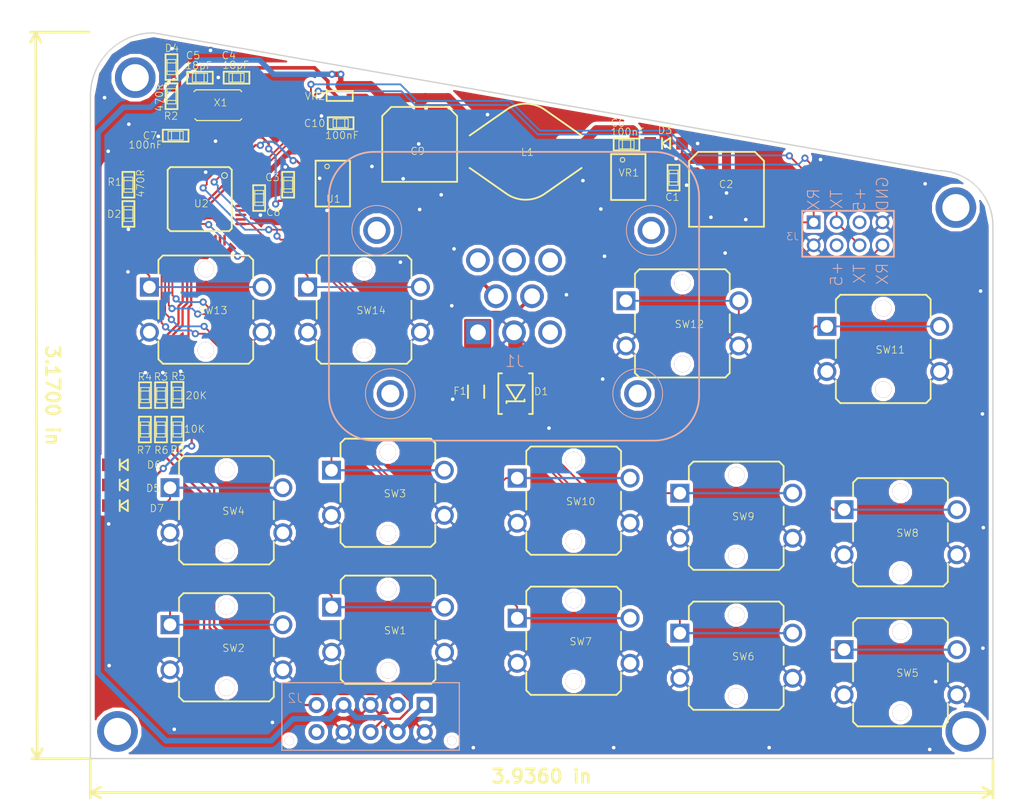
<source format=kicad_pcb>
(kicad_pcb (version 20160815) (host pcbnew "(2017-01-11 revision e99b79cb2)-master")
  (layers (0 F.Cu signal) (31 B.Cu signal) (34 B.Paste user) (35 F.Paste user) (36 B.SilkS user) (37 F.SilkS user) (38 B.Mask user) (39 F.Mask user) (44 Edge.Cuts user))
  (net 0 "")
  (net 1 "Net-(C1-Pad1)")
  (net 2 GND)
  (net 3 +5V)
  (net 4 "Net-(C4-Pad2)")
  (net 5 "Net-(C5-Pad2)")
  (net 6 "Net-(C6-Pad1)")
  (net 7 "Net-(C6-Pad2)")
  (net 8 +3V3)
  (net 9 "Net-(D2-Pad2)")
  (net 10 "Net-(D4-Pad2)")
  (net 11 "Net-(D5-PadP$1)")
  (net 12 "Net-(D6-PadP$1)")
  (net 13 "Net-(D7-PadP$1)")
  (net 14 "Net-(F1-PadP$1)")
  (net 15 "Net-(J2-PadP$2)")
  (net 16 "Net-(J2-PadP$5)")
  (net 17 "Net-(J2-PadP$8)")
  (net 18 "Net-(R1-Pad2)")
  (net 19 /SW1)
  (net 20 /SW2)
  (net 21 /SW3)
  (net 22 /SW4)
  (net 23 /SW5)
  (net 24 /SW6)
  (net 25 /SW7)
  (net 26 /SW8)
  (net 27 /SW9)
  (net 28 /SW10)
  (net 29 /SW11)
  (net 30 /SW12)
  (net 31 /SW13)
  (net 32 /SW14)
  (net 33 "Net-(U1-PadP$1)")
  (net 34 "Net-(U1-PadP$4)")
  (net 35 /CANH)
  (net 36 /CANL)
  (net 37 /TXD)
  (net 38 /RXD)
  (module usevolt:MOLEX_MICRO-FIT_10WAY_V (layer B.Cu) (at 85.1408 135.509)
    (fp_text reference J2 (at -8.33628 -2.25806) (layer B.SilkS) (effects (font (size 1.016 1.016) (thickness 0.0762)) (justify mirror)))
    (fp_text value MOLEX_MICRO-FIT_10WAY_SMD hide)
    (pad P$1 thru_hole rect (at 5.9944 -1.4986) (size 1.778 1.778) (drill 1.01854) (layers *.Cu *.Mask) (net 3 +5V))
    (pad P$2 thru_hole circle (at 2.9972 -1.4986) (size 1.778 1.778) (drill 1.01854) (layers *.Cu *.Mask) (net 15 "Net-(J2-PadP$2)"))
    (pad P$3 thru_hole circle (at 0 -1.4986) (size 1.778 1.778) (drill 1.01854) (layers *.Cu *.Mask) (net 2 GND))
    (pad P$4 thru_hole circle (at -2.9972 -1.4986) (size 1.778 1.778) (drill 1.01854) (layers *.Cu *.Mask) (net 3 +5V))
    (pad P$5 thru_hole circle (at -5.9944 -1.4986) (size 1.778 1.778) (drill 1.01854) (layers *.Cu *.Mask) (net 16 "Net-(J2-PadP$5)"))
    (pad P$6 thru_hole circle (at 5.9944 1.4986) (size 1.778 1.778) (drill 1.01854) (layers *.Cu *.Mask) (net 2 GND))
    (pad P$7 thru_hole circle (at 2.9972 1.4986) (size 1.778 1.778) (drill 1.01854) (layers *.Cu *.Mask) (net 3 +5V))
    (pad P$8 thru_hole circle (at 0 1.4986) (size 1.778 1.778) (drill 1.01854) (layers *.Cu *.Mask) (net 17 "Net-(J2-PadP$8)"))
    (pad P$9 thru_hole circle (at -2.9972 1.4986) (size 1.778 1.778) (drill 1.01854) (layers *.Cu *.Mask) (net 2 GND))
    (pad P$10 thru_hole circle (at -5.9944 1.4986) (size 1.778 1.778) (drill 1.01854) (layers *.Cu *.Mask))
    (pad P$11 thru_hole circle (at 8.99922 2.44094) (size 1.01854 1.01854) (drill 1.01854) (layers *.Cu *.Mask))
    (pad P$12 thru_hole circle (at -8.99922 2.44094) (size 1.01854 1.01854) (drill 1.01854) (layers *.Cu *.Mask))
  )
  (module usevolt:SWITCH_B3W-4050 (layer F.Cu) (at 107.6325 126.88824)
    (fp_text reference SW7 (at 0.77978 0.09144) (layer F.SilkS) (effects (font (size 0.8128 0.8128) (thickness 0.0762))))
    (fp_text value SWITCH_B3W-4050 hide)
    (pad P$1 thru_hole rect (at -6.2484 -2.49936) (size 2.09804 2.09804) (drill 1.39954) (layers *.Cu *.Mask) (net 25 /SW7))
    (pad P$2 thru_hole circle (at 6.2484 -2.49936) (size 2.09804 2.09804) (drill 1.39954) (layers *.Cu *.Mask) (net 25 /SW7))
    (pad P$3 thru_hole circle (at -6.2484 2.49936) (size 2.09804 2.09804) (drill 1.39954) (layers *.Cu *.Mask) (net 2 GND))
    (pad P$4 thru_hole circle (at 6.2484 2.49936) (size 2.09804 2.09804) (drill 1.39954) (layers *.Cu *.Mask) (net 2 GND))
    (pad P$5 thru_hole circle (at 0 -4.49834) (size 1.79832 1.79832) (drill 1.79832) (layers *.Cu *.Mask))
    (pad P$6 thru_hole circle (at 0 4.49834) (size 1.79832 1.79832) (drill 1.79832) (layers *.Cu *.Mask))
  )
  (module kemet:0603 (layer F.Cu) (at 118.6942 75.5777 270)
    (fp_text reference C1 (at 2.1463 0.127) (layer F.SilkS) (effects (font (size 0.8128 0.8128) (thickness 0.0762))))
    (fp_text value 100nF hide)
    (pad 1 smd rect (at -0.8382 0 270) (size 0.762 0.9398) (layers F.Cu F.Paste F.Mask) (net 1 "Net-(C1-Pad1)"))
    (pad 2 smd rect (at 0.8382 0 270) (size 0.762 0.9398) (layers F.Cu F.Paste F.Mask) (net 2 GND))
  )
  (module usevolt:CAP_EEE-FK1H470P (layer F.Cu) (at 124.5616 76.8604 180)
    (fp_text reference C2 (at 0.0508 0.5588 180) (layer F.SilkS) (effects (font (size 0.8128 0.8128) (thickness 0.0762))))
    (fp_text value CAP_EEE-FK1H470P hide)
    (pad - smd rect (at 0 -3.54838 180) (size 0.99822 3.99796) (layers F.Cu F.Paste F.Mask) (net 2 GND))
    (pad + smd rect (at 0 3.54838 180) (size 0.99822 3.99796) (layers F.Cu F.Paste F.Mask) (net 1 "Net-(C1-Pad1)"))
  )
  (module kemet:0603 (layer F.Cu) (at 76.0095 76.3524 90)
    (fp_text reference C3 (at 0.8128 -1.7399 180) (layer F.SilkS) (effects (font (size 0.8128 0.8128) (thickness 0.0762))))
    (fp_text value 100nF hide)
    (pad 1 smd rect (at -0.8382 0 90) (size 0.762 0.9398) (layers F.Cu F.Paste F.Mask) (net 3 +5V))
    (pad 2 smd rect (at 0.8382 0 90) (size 0.762 0.9398) (layers F.Cu F.Paste F.Mask) (net 2 GND))
  )
  (module kemet:0603 (layer F.Cu) (at 70.2945 64.4906)
    (fp_text reference C4 (at -0.8509 -2.4638) (layer F.SilkS) (effects (font (size 0.8128 0.8128) (thickness 0.0762))))
    (fp_text value 18pF (at -0.0889 -1.397) (layer F.SilkS) (effects (font (size 0.8128 0.8128) (thickness 0.0762))))
    (pad 1 smd rect (at -0.8382 0) (size 0.762 0.9398) (layers F.Cu F.Paste F.Mask) (net 2 GND))
    (pad 2 smd rect (at 0.8382 0) (size 0.762 0.9398) (layers F.Cu F.Paste F.Mask) (net 4 "Net-(C4-Pad2)"))
  )
  (module kemet:0603 (layer F.Cu) (at 66.2432 64.4906 180)
    (fp_text reference C5 (at 0.762 2.4638 180) (layer F.SilkS) (effects (font (size 0.8128 0.8128) (thickness 0.0762))))
    (fp_text value 18pF (at 0.1524 1.3462 180) (layer F.SilkS) (effects (font (size 0.8128 0.8128) (thickness 0.0762))))
    (pad 1 smd rect (at -0.8382 0 180) (size 0.762 0.9398) (layers F.Cu F.Paste F.Mask) (net 2 GND))
    (pad 2 smd rect (at 0.8382 0 180) (size 0.762 0.9398) (layers F.Cu F.Paste F.Mask) (net 5 "Net-(C5-Pad2)"))
  )
  (module kemet:0603 (layer F.Cu) (at 113.4872 71.8947)
    (fp_text reference C6 (at -0.9652 -2.4003) (layer F.SilkS) (effects (font (size 0.8128 0.8128) (thickness 0.0762))))
    (fp_text value 100nF (at 0.1016 -1.3843) (layer F.SilkS) (effects (font (size 0.8128 0.8128) (thickness 0.0762))))
    (pad 1 smd rect (at -0.8382 0) (size 0.762 0.9398) (layers F.Cu F.Paste F.Mask) (net 6 "Net-(C6-Pad1)"))
    (pad 2 smd rect (at 0.8382 0) (size 0.762 0.9398) (layers F.Cu F.Paste F.Mask) (net 7 "Net-(C6-Pad2)"))
  )
  (module kemet:0603 (layer F.Cu) (at 63.5508 70.9168 180)
    (fp_text reference C7 (at 2.8448 0 180) (layer F.SilkS) (effects (font (size 0.8128 0.8128) (thickness 0.0762))))
    (fp_text value 100nF (at 3.3528 -1.016 180) (layer F.SilkS) (effects (font (size 0.8128 0.8128) (thickness 0.0762))))
    (pad 1 smd rect (at -0.8382 0 180) (size 0.762 0.9398) (layers F.Cu F.Paste F.Mask) (net 8 +3V3))
    (pad 2 smd rect (at 0.8382 0 180) (size 0.762 0.9398) (layers F.Cu F.Paste F.Mask) (net 2 GND))
  )
  (module kemet:0603 (layer F.Cu) (at 72.7964 77.8256 270)
    (fp_text reference C8 (at 1.5748 -1.5748) (layer F.SilkS) (effects (font (size 0.8128 0.8128) (thickness 0.0762))))
    (fp_text value 100nF hide)
    (pad 1 smd rect (at -0.8382 0 270) (size 0.762 0.9398) (layers F.Cu F.Paste F.Mask) (net 8 +3V3))
    (pad 2 smd rect (at 0.8382 0 270) (size 0.762 0.9398) (layers F.Cu F.Paste F.Mask) (net 2 GND))
  )
  (module usevolt:CAP_EEE-FK1H470P (layer F.Cu) (at 90.5764 71.882 180)
    (fp_text reference C9 (at 0.23114 -0.75438 180) (layer F.SilkS) (effects (font (size 0.8128 0.8128) (thickness 0.0762))))
    (fp_text value CAP_EEE-FK1H470P hide)
    (pad - smd rect (at 0 -3.54838 180) (size 0.99822 3.99796) (layers F.Cu F.Paste F.Mask) (net 2 GND))
    (pad + smd rect (at 0 3.54838 180) (size 0.99822 3.99796) (layers F.Cu F.Paste F.Mask) (net 3 +5V))
  )
  (module kemet:0603 (layer F.Cu) (at 81.8261 69.5325)
    (fp_text reference C10 (at -2.8829 0.0127) (layer F.SilkS) (effects (font (size 0.8128 0.8128) (thickness 0.0762))))
    (fp_text value 100nF (at 0.1524 1.3462) (layer F.SilkS) (effects (font (size 0.8128 0.8128) (thickness 0.0762))))
    (pad 1 smd rect (at -0.8382 0) (size 0.762 0.9398) (layers F.Cu F.Paste F.Mask) (net 2 GND))
    (pad 2 smd rect (at 0.8382 0) (size 0.762 0.9398) (layers F.Cu F.Paste F.Mask) (net 8 +3V3))
  )
  (module usevolt:DO-214AA (layer F.Cu) (at 101.1936 99.5553 270)
    (fp_text reference D1 (at -0.2921 -2.8448) (layer F.SilkS) (effects (font (size 0.8128 0.8128) (thickness 0.0762))))
    (fp_text value DIODE_TVS_SMBJ33A-TRDO-214AA hide)
    (pad P$1 smd rect (at -2.2987 0 270) (size 1.61798 2.17932) (layers F.Cu F.Paste F.Mask) (net 2 GND))
    (pad P$2 smd rect (at 2.2987 0 270) (size 1.61798 2.17932) (layers F.Cu F.Paste F.Mask) (net 1 "Net-(C1-Pad1)"))
  )
  (module wurth_LEDS:0603 (layer F.Cu) (at 58.3184 79.5909 90)
    (fp_text reference D2 (at -0.0127 -1.5748 180) (layer F.SilkS) (effects (font (size 0.8128 0.8128) (thickness 0.0762))))
    (fp_text value WL-SMCW-150060BS75000-B hide)
    (pad 1 smd rect (at -0.8382 0 90) (size 0.762 0.9398) (layers F.Cu F.Paste F.Mask) (net 2 GND))
    (pad 2 smd rect (at 0.8382 0 90) (size 0.762 0.9398) (layers F.Cu F.Paste F.Mask) (net 9 "Net-(D2-Pad2)"))
  )
  (module usevolt:DO219AB (layer F.Cu) (at 117.8687 71.7677 180)
    (fp_text reference D3 (at 0.1143 1.4605 180) (layer F.SilkS) (effects (font (size 0.8128 0.8128) (thickness 0.0762))))
    (fp_text value DIODE_LM2671 hide)
    (pad P$1 smd rect (at -1.7653 0 180) (size 1.29794 1.39954) (layers F.Cu F.Paste F.Mask) (net 2 GND))
    (pad P$2 smd rect (at 1.7653 0 180) (size 1.29794 1.39954) (layers F.Cu F.Paste F.Mask) (net 7 "Net-(C6-Pad2)"))
  )
  (module wurth_LEDS:0603 (layer F.Cu) (at 63.0936 63.3095 270)
    (fp_text reference D4 (at -2.0955 -0.0508) (layer F.SilkS) (effects (font (size 0.8128 0.8128) (thickness 0.0762))))
    (fp_text value WL-SMCW-150060BS75000-B hide)
    (pad 1 smd rect (at -0.8382 0 270) (size 0.762 0.9398) (layers F.Cu F.Paste F.Mask) (net 2 GND))
    (pad 2 smd rect (at 0.8382 0 270) (size 0.762 0.9398) (layers F.Cu F.Paste F.Mask) (net 10 "Net-(D4-Pad2)"))
  )
  (module usevolt:DO219AB (layer F.Cu) (at 57.8104 109.6264 180)
    (fp_text reference D5 (at -3.2512 -0.3556 180) (layer F.SilkS) (effects (font (size 0.8128 0.8128) (thickness 0.0762))))
    (fp_text value DIODE_LM2671 hide)
    (pad P$1 smd rect (at -1.7653 0 180) (size 1.29794 1.39954) (layers F.Cu F.Paste F.Mask) (net 11 "Net-(D5-PadP$1)"))
    (pad P$2 smd rect (at 1.7653 0 180) (size 1.29794 1.39954) (layers F.Cu F.Paste F.Mask) (net 8 +3V3))
  )
  (module usevolt:DO219AB (layer F.Cu) (at 57.8104 107.3912 180)
    (fp_text reference D6 (at -3.3528 0 180) (layer F.SilkS) (effects (font (size 0.8128 0.8128) (thickness 0.0762))))
    (fp_text value DIODE_LM2671 hide)
    (pad P$1 smd rect (at -1.7653 0 180) (size 1.29794 1.39954) (layers F.Cu F.Paste F.Mask) (net 12 "Net-(D6-PadP$1)"))
    (pad P$2 smd rect (at 1.7653 0 180) (size 1.29794 1.39954) (layers F.Cu F.Paste F.Mask) (net 8 +3V3))
  )
  (module usevolt:DO219AB (layer F.Cu) (at 57.8104 111.9124 180)
    (fp_text reference D7 (at -3.6576 -0.3048 180) (layer F.SilkS) (effects (font (size 0.8128 0.8128) (thickness 0.0762))))
    (fp_text value DIODE_LM2671 hide)
    (pad P$1 smd rect (at -1.7653 0 180) (size 1.29794 1.39954) (layers F.Cu F.Paste F.Mask) (net 13 "Net-(D7-PadP$1)"))
    (pad P$2 smd rect (at 1.7653 0 180) (size 1.29794 1.39954) (layers F.Cu F.Paste F.Mask) (net 8 +3V3))
  )
  (module usevolt:AMPSEAL_8_POS_776275-1 (layer B.Cu) (at 101.0285 88.7095)
    (fp_text reference J1 (at 0.0635 7.2009) (layer B.SilkS) (effects (font (size 1.27 1.27) (thickness 0.1016)) (justify mirror)))
    (fp_text value AMPSEAL_8_POS_776275-1 hide)
    (pad P$1 thru_hole rect (at -3.99796 3.99796) (size 2.62382 2.62382) (drill 1.74752) (layers *.Cu *.Mask) (net 14 "Net-(F1-PadP$1)"))
    (pad P$2 thru_hole circle (at 0 3.99796) (size 2.62382 2.62382) (drill 1.74752) (layers *.Cu *.Mask) (net 2 GND))
    (pad P$3 thru_hole circle (at 3.99796 3.99796) (size 2.62382 2.62382) (drill 1.74752) (layers *.Cu *.Mask))
    (pad P$4 thru_hole circle (at -1.99898 0) (size 2.62382 2.62382) (drill 1.74752) (layers *.Cu *.Mask) (net 35 /CANH))
    (pad P$5 thru_hole circle (at 1.99898 0) (size 2.62382 2.62382) (drill 1.74752) (layers *.Cu *.Mask) (net 36 /CANL))
    (pad P$6 thru_hole circle (at -3.99796 -3.99796) (size 2.62382 2.62382) (drill 1.74752) (layers *.Cu *.Mask))
    (pad P$7 thru_hole circle (at 0 -3.99796) (size 2.62382 2.62382) (drill 1.74752) (layers *.Cu *.Mask))
    (pad P$8 thru_hole circle (at 3.99796 -3.99796) (size 2.62382 2.62382) (drill 1.74752) (layers *.Cu *.Mask))
    (pad P$9 thru_hole circle (at -13.69822 10.79754) (size 2.99974 2.99974) (drill 1.99898) (layers *.Cu *.Mask))
    (pad P$10 thru_hole circle (at 13.69822 10.79754) (size 2.99974 2.99974) (drill 1.99898) (layers *.Cu *.Mask))
    (pad P$11 thru_hole circle (at 15.19936 -7.29996) (size 2.99974 2.99974) (drill 1.99898) (layers *.Cu *.Mask))
    (pad P$12 thru_hole circle (at -15.19936 -7.29996) (size 2.99974 2.99974) (drill 1.99898) (layers *.Cu *.Mask))
  )
  (module usevolt:INDUCTOR_BOURNS_10X13X5MM (layer F.Cu) (at 102.4636 72.6948 180)
    (fp_text reference L1 (at -0.0508 -0.0508 180) (layer F.SilkS) (effects (font (size 0.8128 0.8128) (thickness 0.0762))))
    (fp_text value INDUCTOR_SDR1005-101KL hide)
    (pad P$1 smd rect (at -5.14858 0 180) (size 2.99974 2.79908) (layers F.Cu F.Paste F.Mask) (net 7 "Net-(C6-Pad2)"))
    (pad P$2 smd rect (at 5.14858 0 180) (size 2.99974 2.79908) (layers F.Cu F.Paste F.Mask) (net 3 +5V))
  )
  (module multicomp:0603 (layer F.Cu) (at 58.3184 76.3524 90)
    (fp_text reference R1 (at 0.3048 -1.524 180) (layer F.SilkS) (effects (font (size 0.8128 0.8128) (thickness 0.0762))))
    (fp_text value 470R (at 0.1524 1.3462 90) (layer F.SilkS) (effects (font (size 0.8128 0.8128) (thickness 0.0762))))
    (pad 1 smd rect (at -0.8382 0 90) (size 0.762 0.9398) (layers F.Cu F.Paste F.Mask) (net 9 "Net-(D2-Pad2)"))
    (pad 2 smd rect (at 0.8382 0 90) (size 0.762 0.9398) (layers F.Cu F.Paste F.Mask) (net 18 "Net-(R1-Pad2)"))
  )
  (module multicomp:0603 (layer F.Cu) (at 63.0936 66.548 270)
    (fp_text reference R2 (at 2.1844 0.0508) (layer F.SilkS) (effects (font (size 0.8128 0.8128) (thickness 0.0762))))
    (fp_text value 470R (at 0.1524 1.3462 270) (layer F.SilkS) (effects (font (size 0.8128 0.8128) (thickness 0.0762))))
    (pad 1 smd rect (at -0.8382 0 270) (size 0.762 0.9398) (layers F.Cu F.Paste F.Mask) (net 10 "Net-(D4-Pad2)"))
    (pad 2 smd rect (at 0.8382 0 270) (size 0.762 0.9398) (layers F.Cu F.Paste F.Mask) (net 8 +3V3))
  )
  (module multicomp:0603 (layer F.Cu) (at 61.9379 99.6696 270)
    (fp_text reference R3 (at -2.032 0.0127) (layer F.SilkS) (effects (font (size 0.8128 0.8128) (thickness 0.0762))))
    (fp_text value 20K hide)
    (pad 1 smd rect (at -0.8382 0 270) (size 0.762 0.9398) (layers F.Cu F.Paste F.Mask) (net 2 GND))
    (pad 2 smd rect (at 0.8382 0 270) (size 0.762 0.9398) (layers F.Cu F.Paste F.Mask) (net 11 "Net-(D5-PadP$1)"))
  )
  (module multicomp:0603 (layer F.Cu) (at 60.1599 99.6696 270)
    (fp_text reference R4 (at -2.032 0.0127) (layer F.SilkS) (effects (font (size 0.8128 0.8128) (thickness 0.0762))))
    (fp_text value 20K hide)
    (pad 1 smd rect (at -0.8382 0 270) (size 0.762 0.9398) (layers F.Cu F.Paste F.Mask) (net 2 GND))
    (pad 2 smd rect (at 0.8382 0 270) (size 0.762 0.9398) (layers F.Cu F.Paste F.Mask) (net 12 "Net-(D6-PadP$1)"))
  )
  (module multicomp:0603 (layer F.Cu) (at 63.754 99.6315 270)
    (fp_text reference R5 (at -2.0447 -0.1016) (layer F.SilkS) (effects (font (size 0.8128 0.8128) (thickness 0.0762))))
    (fp_text value 20K (at 0.0889 -2.0828) (layer F.SilkS) (effects (font (size 0.8128 0.8128) (thickness 0.0762))))
    (pad 1 smd rect (at -0.8382 0 270) (size 0.762 0.9398) (layers F.Cu F.Paste F.Mask) (net 2 GND))
    (pad 2 smd rect (at 0.8382 0 270) (size 0.762 0.9398) (layers F.Cu F.Paste F.Mask) (net 13 "Net-(D7-PadP$1)"))
  )
  (module multicomp:0603 (layer F.Cu) (at 61.9252 103.4796 90)
    (fp_text reference R6 (at -2.286 0.0508 180) (layer F.SilkS) (effects (font (size 0.8128 0.8128) (thickness 0.0762))))
    (fp_text value 10K hide)
    (pad 1 smd rect (at -0.8382 0 90) (size 0.762 0.9398) (layers F.Cu F.Paste F.Mask) (net 15 "Net-(J2-PadP$2)"))
    (pad 2 smd rect (at 0.8382 0 90) (size 0.762 0.9398) (layers F.Cu F.Paste F.Mask) (net 11 "Net-(D5-PadP$1)"))
  )
  (module multicomp:0603 (layer F.Cu) (at 60.1472 103.4796 90)
    (fp_text reference R7 (at -2.286 -0.1016 180) (layer F.SilkS) (effects (font (size 0.8128 0.8128) (thickness 0.0762))))
    (fp_text value 10K hide)
    (pad 1 smd rect (at -0.8382 0 90) (size 0.762 0.9398) (layers F.Cu F.Paste F.Mask) (net 16 "Net-(J2-PadP$5)"))
    (pad 2 smd rect (at 0.8382 0 90) (size 0.762 0.9398) (layers F.Cu F.Paste F.Mask) (net 12 "Net-(D6-PadP$1)"))
  )
  (module multicomp:0603 (layer F.Cu) (at 63.754 103.4796 90)
    (fp_text reference R8 (at -2.2352 0 180) (layer F.SilkS) (effects (font (size 0.8128 0.8128) (thickness 0.0762))))
    (fp_text value 10K (at 0.0508 1.8796 180) (layer F.SilkS) (effects (font (size 0.8128 0.8128) (thickness 0.0762))))
    (pad 1 smd rect (at -0.8382 0 90) (size 0.762 0.9398) (layers F.Cu F.Paste F.Mask) (net 17 "Net-(J2-PadP$8)"))
    (pad 2 smd rect (at 0.8382 0 90) (size 0.762 0.9398) (layers F.Cu F.Paste F.Mask) (net 13 "Net-(D7-PadP$1)"))
  )
  (module usevolt:SWITCH_B3W-4050 (layer F.Cu) (at 87.0839 125.6665)
    (fp_text reference SW1 (at 0.77978 0.09144) (layer F.SilkS) (effects (font (size 0.8128 0.8128) (thickness 0.0762))))
    (fp_text value SWITCH_B3W-4050 hide)
    (pad P$1 thru_hole rect (at -6.2484 -2.49936) (size 2.09804 2.09804) (drill 1.39954) (layers *.Cu *.Mask) (net 19 /SW1))
    (pad P$2 thru_hole circle (at 6.2484 -2.49936) (size 2.09804 2.09804) (drill 1.39954) (layers *.Cu *.Mask) (net 19 /SW1))
    (pad P$3 thru_hole circle (at -6.2484 2.49936) (size 2.09804 2.09804) (drill 1.39954) (layers *.Cu *.Mask) (net 2 GND))
    (pad P$4 thru_hole circle (at 6.2484 2.49936) (size 2.09804 2.09804) (drill 1.39954) (layers *.Cu *.Mask) (net 2 GND))
    (pad P$5 thru_hole circle (at 0 -4.49834) (size 1.79832 1.79832) (drill 1.79832) (layers *.Cu *.Mask))
    (pad P$6 thru_hole circle (at 0 4.49834) (size 1.79832 1.79832) (drill 1.79832) (layers *.Cu *.Mask))
  )
  (module usevolt:SWITCH_B3W-4050 (layer F.Cu) (at 87.0585 110.49254)
    (fp_text reference SW3 (at 0.77978 0.09144) (layer F.SilkS) (effects (font (size 0.8128 0.8128) (thickness 0.0762))))
    (fp_text value SWITCH_B3W-4050 hide)
    (pad P$1 thru_hole rect (at -6.2484 -2.49936) (size 2.09804 2.09804) (drill 1.39954) (layers *.Cu *.Mask) (net 21 /SW3))
    (pad P$2 thru_hole circle (at 6.2484 -2.49936) (size 2.09804 2.09804) (drill 1.39954) (layers *.Cu *.Mask) (net 21 /SW3))
    (pad P$3 thru_hole circle (at -6.2484 2.49936) (size 2.09804 2.09804) (drill 1.39954) (layers *.Cu *.Mask) (net 2 GND))
    (pad P$4 thru_hole circle (at 6.2484 2.49936) (size 2.09804 2.09804) (drill 1.39954) (layers *.Cu *.Mask) (net 2 GND))
    (pad P$5 thru_hole circle (at 0 -4.49834) (size 1.79832 1.79832) (drill 1.79832) (layers *.Cu *.Mask))
    (pad P$6 thru_hole circle (at 0 4.49834) (size 1.79832 1.79832) (drill 1.79832) (layers *.Cu *.Mask))
  )
  (module usevolt:SWITCH_B3W-4050 (layer F.Cu) (at 69.1769 112.43056)
    (fp_text reference SW4 (at 0.77978 0.09144) (layer F.SilkS) (effects (font (size 0.8128 0.8128) (thickness 0.0762))))
    (fp_text value SWITCH_B3W-4050 hide)
    (pad P$1 thru_hole rect (at -6.2484 -2.49936) (size 2.09804 2.09804) (drill 1.39954) (layers *.Cu *.Mask) (net 22 /SW4))
    (pad P$2 thru_hole circle (at 6.2484 -2.49936) (size 2.09804 2.09804) (drill 1.39954) (layers *.Cu *.Mask) (net 22 /SW4))
    (pad P$3 thru_hole circle (at -6.2484 2.49936) (size 2.09804 2.09804) (drill 1.39954) (layers *.Cu *.Mask) (net 2 GND))
    (pad P$4 thru_hole circle (at 6.2484 2.49936) (size 2.09804 2.09804) (drill 1.39954) (layers *.Cu *.Mask) (net 2 GND))
    (pad P$5 thru_hole circle (at 0 -4.49834) (size 1.79832 1.79832) (drill 1.79832) (layers *.Cu *.Mask))
    (pad P$6 thru_hole circle (at 0 4.49834) (size 1.79832 1.79832) (drill 1.79832) (layers *.Cu *.Mask))
  )
  (module usevolt:SWITCH_B3W-4050 (layer F.Cu) (at 143.8275 130.37566)
    (fp_text reference SW5 (at 0.77978 0.09144) (layer F.SilkS) (effects (font (size 0.8128 0.8128) (thickness 0.0762))))
    (fp_text value SWITCH_B3W-4050 hide)
    (pad P$1 thru_hole rect (at -6.2484 -2.49936) (size 2.09804 2.09804) (drill 1.39954) (layers *.Cu *.Mask) (net 23 /SW5))
    (pad P$2 thru_hole circle (at 6.2484 -2.49936) (size 2.09804 2.09804) (drill 1.39954) (layers *.Cu *.Mask) (net 23 /SW5))
    (pad P$3 thru_hole circle (at -6.2484 2.49936) (size 2.09804 2.09804) (drill 1.39954) (layers *.Cu *.Mask) (net 2 GND))
    (pad P$4 thru_hole circle (at 6.2484 2.49936) (size 2.09804 2.09804) (drill 1.39954) (layers *.Cu *.Mask) (net 2 GND))
    (pad P$5 thru_hole circle (at 0 -4.49834) (size 1.79832 1.79832) (drill 1.79832) (layers *.Cu *.Mask))
    (pad P$6 thru_hole circle (at 0 4.49834) (size 1.79832 1.79832) (drill 1.79832) (layers *.Cu *.Mask))
  )
  (module usevolt:SWITCH_B3W-4050 (layer F.Cu) (at 125.6411 128.54686)
    (fp_text reference SW6 (at 0.77978 0.09144) (layer F.SilkS) (effects (font (size 0.8128 0.8128) (thickness 0.0762))))
    (fp_text value SWITCH_B3W-4050 hide)
    (pad P$1 thru_hole rect (at -6.2484 -2.49936) (size 2.09804 2.09804) (drill 1.39954) (layers *.Cu *.Mask) (net 24 /SW6))
    (pad P$2 thru_hole circle (at 6.2484 -2.49936) (size 2.09804 2.09804) (drill 1.39954) (layers *.Cu *.Mask) (net 24 /SW6))
    (pad P$3 thru_hole circle (at -6.2484 2.49936) (size 2.09804 2.09804) (drill 1.39954) (layers *.Cu *.Mask) (net 2 GND))
    (pad P$4 thru_hole circle (at 6.2484 2.49936) (size 2.09804 2.09804) (drill 1.39954) (layers *.Cu *.Mask) (net 2 GND))
    (pad P$5 thru_hole circle (at 0 -4.49834) (size 1.79832 1.79832) (drill 1.79832) (layers *.Cu *.Mask))
    (pad P$6 thru_hole circle (at 0 4.49834) (size 1.79832 1.79832) (drill 1.79832) (layers *.Cu *.Mask))
  )
  (module usevolt:SWITCH_B3W-4050 (layer F.Cu) (at 143.8275 114.86134)
    (fp_text reference SW8 (at 0.77978 0.09144) (layer F.SilkS) (effects (font (size 0.8128 0.8128) (thickness 0.0762))))
    (fp_text value SWITCH_B3W-4050 hide)
    (pad P$1 thru_hole rect (at -6.2484 -2.49936) (size 2.09804 2.09804) (drill 1.39954) (layers *.Cu *.Mask) (net 26 /SW8))
    (pad P$2 thru_hole circle (at 6.2484 -2.49936) (size 2.09804 2.09804) (drill 1.39954) (layers *.Cu *.Mask) (net 26 /SW8))
    (pad P$3 thru_hole circle (at -6.2484 2.49936) (size 2.09804 2.09804) (drill 1.39954) (layers *.Cu *.Mask) (net 2 GND))
    (pad P$4 thru_hole circle (at 6.2484 2.49936) (size 2.09804 2.09804) (drill 1.39954) (layers *.Cu *.Mask) (net 2 GND))
    (pad P$5 thru_hole circle (at 0 -4.49834) (size 1.79832 1.79832) (drill 1.79832) (layers *.Cu *.Mask))
    (pad P$6 thru_hole circle (at 0 4.49834) (size 1.79832 1.79832) (drill 1.79832) (layers *.Cu *.Mask))
  )
  (module usevolt:SWITCH_B3W-4050 (layer F.Cu) (at 125.6411 113.03254)
    (fp_text reference SW9 (at 0.77978 0.09144) (layer F.SilkS) (effects (font (size 0.8128 0.8128) (thickness 0.0762))))
    (fp_text value SWITCH_B3W-4050 hide)
    (pad P$1 thru_hole rect (at -6.2484 -2.49936) (size 2.09804 2.09804) (drill 1.39954) (layers *.Cu *.Mask) (net 27 /SW9))
    (pad P$2 thru_hole circle (at 6.2484 -2.49936) (size 2.09804 2.09804) (drill 1.39954) (layers *.Cu *.Mask) (net 27 /SW9))
    (pad P$3 thru_hole circle (at -6.2484 2.49936) (size 2.09804 2.09804) (drill 1.39954) (layers *.Cu *.Mask) (net 2 GND))
    (pad P$4 thru_hole circle (at 6.2484 2.49936) (size 2.09804 2.09804) (drill 1.39954) (layers *.Cu *.Mask) (net 2 GND))
    (pad P$5 thru_hole circle (at 0 -4.49834) (size 1.79832 1.79832) (drill 1.79832) (layers *.Cu *.Mask))
    (pad P$6 thru_hole circle (at 0 4.49834) (size 1.79832 1.79832) (drill 1.79832) (layers *.Cu *.Mask))
  )
  (module usevolt:SWITCH_B3W-4050 (layer F.Cu) (at 107.6325 111.36376)
    (fp_text reference SW10 (at 0.77978 0.09144) (layer F.SilkS) (effects (font (size 0.8128 0.8128) (thickness 0.0762))))
    (fp_text value SWITCH_B3W-4050 hide)
    (pad P$1 thru_hole rect (at -6.2484 -2.49936) (size 2.09804 2.09804) (drill 1.39954) (layers *.Cu *.Mask) (net 28 /SW10))
    (pad P$2 thru_hole circle (at 6.2484 -2.49936) (size 2.09804 2.09804) (drill 1.39954) (layers *.Cu *.Mask) (net 28 /SW10))
    (pad P$3 thru_hole circle (at -6.2484 2.49936) (size 2.09804 2.09804) (drill 1.39954) (layers *.Cu *.Mask) (net 2 GND))
    (pad P$4 thru_hole circle (at 6.2484 2.49936) (size 2.09804 2.09804) (drill 1.39954) (layers *.Cu *.Mask) (net 2 GND))
    (pad P$5 thru_hole circle (at 0 -4.49834) (size 1.79832 1.79832) (drill 1.79832) (layers *.Cu *.Mask))
    (pad P$6 thru_hole circle (at 0 4.49834) (size 1.79832 1.79832) (drill 1.79832) (layers *.Cu *.Mask))
  )
  (module usevolt:SWITCH_B3W-4050 (layer F.Cu) (at 141.9225 94.5515)
    (fp_text reference SW11 (at 0.77978 0.09144) (layer F.SilkS) (effects (font (size 0.8128 0.8128) (thickness 0.0762))))
    (fp_text value SWITCH_B3W-4050 hide)
    (pad P$1 thru_hole rect (at -6.2484 -2.49936) (size 2.09804 2.09804) (drill 1.39954) (layers *.Cu *.Mask) (net 29 /SW11))
    (pad P$2 thru_hole circle (at 6.2484 -2.49936) (size 2.09804 2.09804) (drill 1.39954) (layers *.Cu *.Mask) (net 29 /SW11))
    (pad P$3 thru_hole circle (at -6.2484 2.49936) (size 2.09804 2.09804) (drill 1.39954) (layers *.Cu *.Mask) (net 2 GND))
    (pad P$4 thru_hole circle (at 6.2484 2.49936) (size 2.09804 2.09804) (drill 1.39954) (layers *.Cu *.Mask) (net 2 GND))
    (pad P$5 thru_hole circle (at 0 -4.49834) (size 1.79832 1.79832) (drill 1.79832) (layers *.Cu *.Mask))
    (pad P$6 thru_hole circle (at 0 4.49834) (size 1.79832 1.79832) (drill 1.79832) (layers *.Cu *.Mask))
  )
  (module usevolt:SWITCH_B3W-4050 (layer F.Cu) (at 119.6721 91.71686)
    (fp_text reference SW12 (at 0.77978 0.09144) (layer F.SilkS) (effects (font (size 0.8128 0.8128) (thickness 0.0762))))
    (fp_text value SWITCH_B3W-4050 hide)
    (pad P$1 thru_hole rect (at -6.2484 -2.49936) (size 2.09804 2.09804) (drill 1.39954) (layers *.Cu *.Mask) (net 30 /SW12))
    (pad P$2 thru_hole circle (at 6.2484 -2.49936) (size 2.09804 2.09804) (drill 1.39954) (layers *.Cu *.Mask) (net 30 /SW12))
    (pad P$3 thru_hole circle (at -6.2484 2.49936) (size 2.09804 2.09804) (drill 1.39954) (layers *.Cu *.Mask) (net 2 GND))
    (pad P$4 thru_hole circle (at 6.2484 2.49936) (size 2.09804 2.09804) (drill 1.39954) (layers *.Cu *.Mask) (net 2 GND))
    (pad P$5 thru_hole circle (at 0 -4.49834) (size 1.79832 1.79832) (drill 1.79832) (layers *.Cu *.Mask))
    (pad P$6 thru_hole circle (at 0 4.49834) (size 1.79832 1.79832) (drill 1.79832) (layers *.Cu *.Mask))
  )
  (module usevolt:SWITCH_B3W-4050 (layer F.Cu) (at 66.8909 90.19286)
    (fp_text reference SW13 (at 0.77978 0.09144) (layer F.SilkS) (effects (font (size 0.8128 0.8128) (thickness 0.0762))))
    (fp_text value SWITCH_B3W-4050 hide)
    (pad P$1 thru_hole rect (at -6.2484 -2.49936) (size 2.09804 2.09804) (drill 1.39954) (layers *.Cu *.Mask) (net 31 /SW13))
    (pad P$2 thru_hole circle (at 6.2484 -2.49936) (size 2.09804 2.09804) (drill 1.39954) (layers *.Cu *.Mask) (net 31 /SW13))
    (pad P$3 thru_hole circle (at -6.2484 2.49936) (size 2.09804 2.09804) (drill 1.39954) (layers *.Cu *.Mask) (net 2 GND))
    (pad P$4 thru_hole circle (at 6.2484 2.49936) (size 2.09804 2.09804) (drill 1.39954) (layers *.Cu *.Mask) (net 2 GND))
    (pad P$5 thru_hole circle (at 0 -4.49834) (size 1.79832 1.79832) (drill 1.79832) (layers *.Cu *.Mask))
    (pad P$6 thru_hole circle (at 0 4.49834) (size 1.79832 1.79832) (drill 1.79832) (layers *.Cu *.Mask))
  )
  (module usevolt:SWITCH_B3W-4050 (layer F.Cu) (at 84.4169 90.19286)
    (fp_text reference SW14 (at 0.77978 0.09144) (layer F.SilkS) (effects (font (size 0.8128 0.8128) (thickness 0.0762))))
    (fp_text value SWITCH_B3W-4050 hide)
    (pad P$1 thru_hole rect (at -6.2484 -2.49936) (size 2.09804 2.09804) (drill 1.39954) (layers *.Cu *.Mask) (net 32 /SW14))
    (pad P$2 thru_hole circle (at 6.2484 -2.49936) (size 2.09804 2.09804) (drill 1.39954) (layers *.Cu *.Mask) (net 32 /SW14))
    (pad P$3 thru_hole circle (at -6.2484 2.49936) (size 2.09804 2.09804) (drill 1.39954) (layers *.Cu *.Mask) (net 2 GND))
    (pad P$4 thru_hole circle (at 6.2484 2.49936) (size 2.09804 2.09804) (drill 1.39954) (layers *.Cu *.Mask) (net 2 GND))
    (pad P$5 thru_hole circle (at 0 -4.49834) (size 1.79832 1.79832) (drill 1.79832) (layers *.Cu *.Mask))
    (pad P$6 thru_hole circle (at 0 4.49834) (size 1.79832 1.79832) (drill 1.79832) (layers *.Cu *.Mask))
  )
  (module usevolt:SOIC8 (layer F.Cu) (at 80.957007 76.228645)
    (fp_text reference U1 (at 0.068993 1.698555) (layer F.SilkS) (effects (font (size 0.8128 0.8128) (thickness 0.0762))))
    (fp_text value MCP2551_SOIC8 hide)
    (pad P$1 smd rect (at -2.921 -1.905 270) (size 0.635 1.524) (layers F.Cu F.Paste F.Mask) (net 33 "Net-(U1-PadP$1)"))
    (pad P$2 smd oval (at -2.921 -0.635 270) (size 0.635 1.524) (layers F.Cu F.Paste F.Mask) (net 2 GND))
    (pad P$3 smd oval (at -2.921 0.635 270) (size 0.635 1.524) (layers F.Cu F.Paste F.Mask) (net 3 +5V))
    (pad P$4 smd oval (at -2.921 1.905 270) (size 0.635 1.524) (layers F.Cu F.Paste F.Mask) (net 34 "Net-(U1-PadP$4)"))
    (pad P$5 smd oval (at 2.921 1.905 270) (size 0.635 1.524) (layers F.Cu F.Paste F.Mask))
    (pad P$6 smd oval (at 2.921 0.635 270) (size 0.635 1.524) (layers F.Cu F.Paste F.Mask) (net 36 /CANL))
    (pad P$7 smd oval (at 2.921 -0.635 270) (size 0.635 1.524) (layers F.Cu F.Paste F.Mask) (net 35 /CANH))
    (pad P$8 smd oval (at 2.921 -1.905 270) (size 0.635 1.524) (layers F.Cu F.Paste F.Mask) (net 2 GND))
  )
  (module usevolt:QFP48 (layer F.Cu) (at 66.2178 77.94752 180)
    (fp_text reference U2 (at -0.1778 -0.48768) (layer F.SilkS) (effects (font (size 0.8128 0.8128) (thickness 0.0762))))
    (fp_text value LPC11C14_QFP48 hide)
    (pad P$1 smd rect (at -2.74828 4.5466 270) (size 1.2446 0.2794) (layers F.Cu F.Paste F.Mask) (net 29 /SW11))
    (pad P$2 smd oval (at -2.2479 4.5466 270) (size 1.2446 0.2794) (layers F.Cu F.Paste F.Mask) (net 30 /SW12))
    (pad P$3 smd oval (at -1.74752 4.5466 270) (size 1.2446 0.2794) (layers F.Cu F.Paste F.Mask))
    (pad P$4 smd oval (at -1.24968 4.5466 270) (size 1.2446 0.2794) (layers F.Cu F.Paste F.Mask))
    (pad P$5 smd oval (at -0.7493 4.5466 270) (size 1.2446 0.2794) (layers F.Cu F.Paste F.Mask) (net 2 GND))
    (pad P$6 smd oval (at -0.24892 4.5466 270) (size 1.2446 0.2794) (layers F.Cu F.Paste F.Mask) (net 4 "Net-(C4-Pad2)"))
    (pad P$7 smd oval (at 0.24892 4.5466 270) (size 1.2446 0.2794) (layers F.Cu F.Paste F.Mask) (net 5 "Net-(C5-Pad2)"))
    (pad P$8 smd oval (at 0.7493 4.5466 270) (size 1.2446 0.2794) (layers F.Cu F.Paste F.Mask) (net 8 +3V3))
    (pad P$9 smd oval (at 1.24968 4.5466 270) (size 1.2446 0.2794) (layers F.Cu F.Paste F.Mask) (net 20 /SW2))
    (pad P$10 smd oval (at 1.74752 4.5466 270) (size 1.2446 0.2794) (layers F.Cu F.Paste F.Mask))
    (pad P$11 smd oval (at 2.2479 4.5466 270) (size 1.2446 0.2794) (layers F.Cu F.Paste F.Mask) (net 22 /SW4))
    (pad P$12 smd oval (at 2.74828 4.5466 270) (size 1.2446 0.2794) (layers F.Cu F.Paste F.Mask) (net 31 /SW13))
    (pad P$13 smd oval (at 4.5466 2.74828) (size 1.2446 0.2794) (layers F.Cu F.Paste F.Mask) (net 18 "Net-(R1-Pad2)"))
    (pad P$14 smd oval (at 4.5466 2.2479) (size 1.2446 0.2794) (layers F.Cu F.Paste F.Mask))
    (pad P$15 smd oval (at 4.5466 1.74752) (size 1.2446 0.2794) (layers F.Cu F.Paste F.Mask))
    (pad P$16 smd oval (at 4.5466 1.24968) (size 1.2446 0.2794) (layers F.Cu F.Paste F.Mask))
    (pad P$17 smd oval (at 4.5466 0.7493) (size 1.2446 0.2794) (layers F.Cu F.Paste F.Mask))
    (pad P$18 smd oval (at 4.5466 0.24892) (size 1.2446 0.2794) (layers F.Cu F.Paste F.Mask))
    (pad P$19 smd oval (at 4.5466 -0.24892) (size 1.2446 0.2794) (layers F.Cu F.Paste F.Mask) (net 34 "Net-(U1-PadP$4)"))
    (pad P$20 smd oval (at 4.5466 -0.7493) (size 1.2446 0.2794) (layers F.Cu F.Paste F.Mask) (net 33 "Net-(U1-PadP$1)"))
    (pad P$21 smd oval (at 4.5466 -1.24968) (size 1.2446 0.2794) (layers F.Cu F.Paste F.Mask) (net 32 /SW14))
    (pad P$22 smd oval (at 4.5466 -1.74752) (size 1.2446 0.2794) (layers F.Cu F.Paste F.Mask) (net 27 /SW9))
    (pad P$23 smd oval (at 4.5466 -2.2479) (size 1.2446 0.2794) (layers F.Cu F.Paste F.Mask) (net 24 /SW6))
    (pad P$24 smd oval (at 4.5466 -2.74828) (size 1.2446 0.2794) (layers F.Cu F.Paste F.Mask) (net 23 /SW5))
    (pad P$25 smd oval (at 2.74828 -4.5466 90) (size 1.2446 0.2794) (layers F.Cu F.Paste F.Mask) (net 19 /SW1))
    (pad P$26 smd oval (at 2.2479 -4.5466 90) (size 1.2446 0.2794) (layers F.Cu F.Paste F.Mask) (net 21 /SW3))
    (pad P$27 smd oval (at 1.74752 -4.5466 90) (size 1.2446 0.2794) (layers F.Cu F.Paste F.Mask) (net 25 /SW7))
    (pad P$28 smd oval (at 1.24968 -4.5466 90) (size 1.2446 0.2794) (layers F.Cu F.Paste F.Mask) (net 28 /SW10))
    (pad P$29 smd oval (at 0.7493 -4.5466 90) (size 1.2446 0.2794) (layers F.Cu F.Paste F.Mask))
    (pad P$30 smd oval (at 0.24892 -4.5466 90) (size 1.2446 0.2794) (layers F.Cu F.Paste F.Mask))
    (pad P$31 smd oval (at -0.24892 -4.5466 90) (size 1.2446 0.2794) (layers F.Cu F.Paste F.Mask))
    (pad P$32 smd oval (at -0.7493 -4.5466 90) (size 1.2446 0.2794) (layers F.Cu F.Paste F.Mask) (net 12 "Net-(D6-PadP$1)"))
    (pad P$33 smd oval (at -1.24968 -4.5466 90) (size 1.2446 0.2794) (layers F.Cu F.Paste F.Mask) (net 11 "Net-(D5-PadP$1)"))
    (pad P$34 smd oval (at -1.74752 -4.5466 90) (size 1.2446 0.2794) (layers F.Cu F.Paste F.Mask) (net 13 "Net-(D7-PadP$1)"))
    (pad P$35 smd oval (at -2.2479 -4.5466 90) (size 1.2446 0.2794) (layers F.Cu F.Paste F.Mask))
    (pad P$36 smd oval (at -2.74828 -4.5466 90) (size 1.2446 0.2794) (layers F.Cu F.Paste F.Mask))
    (pad P$37 smd oval (at -4.5466 -2.74828 180) (size 1.2446 0.2794) (layers F.Cu F.Paste F.Mask) (net 26 /SW8))
    (pad P$38 smd oval (at -4.5466 -2.2479 180) (size 1.2446 0.2794) (layers F.Cu F.Paste F.Mask))
    (pad P$39 smd oval (at -4.5466 -1.74752 180) (size 1.2446 0.2794) (layers F.Cu F.Paste F.Mask))
    (pad P$40 smd oval (at -4.5466 -1.24968 180) (size 1.2446 0.2794) (layers F.Cu F.Paste F.Mask))
    (pad P$41 smd oval (at -4.5466 -0.7493 180) (size 1.2446 0.2794) (layers F.Cu F.Paste F.Mask) (net 2 GND))
    (pad P$42 smd oval (at -4.5466 -0.24892 180) (size 1.2446 0.2794) (layers F.Cu F.Paste F.Mask))
    (pad P$43 smd oval (at -4.5466 0.24892 180) (size 1.2446 0.2794) (layers F.Cu F.Paste F.Mask))
    (pad P$44 smd oval (at -4.5466 0.7493 180) (size 1.2446 0.2794) (layers F.Cu F.Paste F.Mask) (net 8 +3V3))
    (pad P$45 smd oval (at -4.5466 1.24968 180) (size 1.2446 0.2794) (layers F.Cu F.Paste F.Mask))
    (pad P$46 smd oval (at -4.5466 1.74752 180) (size 1.2446 0.2794) (layers F.Cu F.Paste F.Mask) (net 38 /RXD))
    (pad P$47 smd oval (at -4.5466 2.2479 180) (size 1.2446 0.2794) (layers F.Cu F.Paste F.Mask) (net 37 /TXD))
    (pad P$48 smd oval (at -4.5466 2.74828 180) (size 1.2446 0.2794) (layers F.Cu F.Paste F.Mask))
  )
  (module usevolt:SOIC8 (layer F.Cu) (at 113.68065 75.499445)
    (fp_text reference VR1 (at 0.06055 -0.467845) (layer F.SilkS) (effects (font (size 0.8128 0.8128) (thickness 0.0762))))
    (fp_text value LM2671SOIC8 hide)
    (pad P$1 smd rect (at -2.921 -1.905 270) (size 0.635 1.524) (layers F.Cu F.Paste F.Mask) (net 6 "Net-(C6-Pad1)"))
    (pad P$2 smd oval (at -2.921 -0.635 270) (size 0.635 1.524) (layers F.Cu F.Paste F.Mask))
    (pad P$3 smd oval (at -2.921 0.635 270) (size 0.635 1.524) (layers F.Cu F.Paste F.Mask))
    (pad P$4 smd oval (at -2.921 1.905 270) (size 0.635 1.524) (layers F.Cu F.Paste F.Mask) (net 3 +5V))
    (pad P$5 smd oval (at 2.921 1.905 270) (size 0.635 1.524) (layers F.Cu F.Paste F.Mask))
    (pad P$6 smd oval (at 2.921 0.635 270) (size 0.635 1.524) (layers F.Cu F.Paste F.Mask) (net 2 GND))
    (pad P$7 smd oval (at 2.921 -0.635 270) (size 0.635 1.524) (layers F.Cu F.Paste F.Mask) (net 1 "Net-(C1-Pad1)"))
    (pad P$8 smd oval (at 2.921 -1.905 270) (size 0.635 1.524) (layers F.Cu F.Paste F.Mask) (net 7 "Net-(C6-Pad2)"))
  )
  (module usevolt:SOT-23_3-PIN (layer F.Cu) (at 81.721911 66.51311)
    (fp_text reference VR2 (at -2.727911 0.03489) (layer F.SilkS) (effects (font (size 0.8128 0.8128) (thickness 0.0762))))
    (fp_text value REG_MCP1700 hide)
    (pad P$1 smd rect (at -0.94996 1.14808) (size 0.6477 1.04902) (layers F.Cu F.Paste F.Mask) (net 2 GND))
    (pad P$2 smd rect (at 0.94996 1.14808) (size 0.6477 1.04902) (layers F.Cu F.Paste F.Mask) (net 8 +3V3))
    (pad P$3 smd rect (at 0 -1.14808) (size 0.6477 1.04902) (layers F.Cu F.Paste F.Mask) (net 3 +5V))
  )
  (module usevolt:XTAL_7A-20.000MAJ (layer F.Cu) (at 68.2752 67.5386 180)
    (fp_text reference X1 (at -0.254 0.2794 180) (layer F.SilkS) (effects (font (size 0.8128 0.8128) (thickness 0.0762))))
    (fp_text value XTAL_7A-20.000MAAJ-T hide)
    (pad P$1 smd rect (at -2.54 0 270) (size 2.39776 1.69926) (layers F.Cu F.Paste F.Mask) (net 4 "Net-(C4-Pad2)"))
    (pad P$2 smd rect (at 2.54 0 270) (size 2.39776 1.69926) (layers F.Cu F.Paste F.Mask) (net 5 "Net-(C5-Pad2)"))
  )
  (module usevolt:FUSE_MC36211 (layer F.Cu) (at 96.8248 99.2886 270)
    (fp_text reference F1 (at -0.0762 1.778) (layer F.SilkS) (effects (font (size 0.8128 0.8128) (thickness 0.0762))))
    (fp_text value FUSE_MC36211_350MA hide)
    (pad P$1 smd rect (at -1.4986 0) (size 1.89992 0.99822) (layers F.Cu F.Paste F.Mask) (net 14 "Net-(F1-PadP$1)"))
    (pad P$2 smd rect (at 1.4986 0) (size 1.89992 0.99822) (layers F.Cu F.Paste F.Mask) (net 1 "Net-(C1-Pad1)"))
  )
  (module usevolt:HEADER_USART_2_TH (layer B.Cu) (at 143.1036 79.248 270)
    (fp_text reference J3 (at 2.8448 11.2268) (layer B.SilkS) (effects (font (size 0.8128 0.8128) (thickness 0.0762)) (justify mirror)))
    (fp_text value HEADER_USART_2_TH hide)
    (fp_text user +5 (at 6.985 6.35 270) (layer B.SilkS) (effects (font (size 1.27 1.27) (thickness 0.1016)) (justify mirror)))
    (fp_text user TX (at 6.985 3.81 270) (layer B.SilkS) (effects (font (size 1.27 1.27) (thickness 0.1016)) (justify mirror)))
    (fp_text user RX (at 6.985 1.27 270) (layer B.SilkS) (effects (font (size 1.27 1.27) (thickness 0.1016)) (justify mirror)))
    (fp_text user RX (at -1.27 8.89 270) (layer B.SilkS) (effects (font (size 1.27 1.27) (thickness 0.1016)) (justify mirror)))
    (fp_text user TX (at -1.27 6.35 270) (layer B.SilkS) (effects (font (size 1.27 1.27) (thickness 0.1016)) (justify mirror)))
    (fp_text user +5 (at -1.27 3.81 270) (layer B.SilkS) (effects (font (size 1.27 1.27) (thickness 0.1016)) (justify mirror)))
    (fp_text user GND (at -1.905 1.27 270) (layer B.SilkS) (effects (font (size 1.27 1.27) (thickness 0.1016)) (justify mirror)))
    (pad P$1 thru_hole rect (at 1.27 8.89 270) (size 1.524 1.524) (drill 1.016) (layers *.Cu *.Mask) (net 37 /TXD))
    (pad P$2 thru_hole circle (at 3.81 8.89 270) (size 1.524 1.524) (drill 1.016) (layers *.Cu *.Mask) (net 2 GND))
    (pad P$3 thru_hole circle (at 1.27 6.35 270) (size 1.524 1.524) (drill 1.016) (layers *.Cu *.Mask) (net 38 /RXD))
    (pad P$4 thru_hole circle (at 3.81 6.35 270) (size 1.524 1.524) (drill 1.016) (layers *.Cu *.Mask))
    (pad P$5 thru_hole circle (at 1.27 3.81 270) (size 1.524 1.524) (drill 1.016) (layers *.Cu *.Mask))
    (pad P$6 thru_hole circle (at 3.81 3.81 270) (size 1.524 1.524) (drill 1.016) (layers *.Cu *.Mask) (net 38 /RXD))
    (pad P$7 thru_hole circle (at 1.27 1.27 270) (size 1.524 1.524) (drill 1.016) (layers *.Cu *.Mask) (net 2 GND))
    (pad P$8 thru_hole circle (at 3.81 1.27 270) (size 1.524 1.524) (drill 1.016) (layers *.Cu *.Mask) (net 37 /TXD))
  )
  (module usevolt:MOUNTING_HOLE (layer F.Cu) (at 150.114 78.994)
    (fp_text reference REF** hide)
    (fp_text value MOUNTING_HOLE hide)
    (pad 1 thru_hole circle (at -0.1463 -0.1077) (size 4.5 4.5) (drill 3) (layers *.Cu *.Mask))
  )
  (module usevolt:MOUNTING_HOLE (layer F.Cu) (at 59.2328 63.8556)
    (fp_text reference REF** hide)
    (fp_text value MOUNTING_HOLE hide)
    (pad 1 thru_hole circle (at -0.15596 0.63144) (size 4.5 4.5) (drill 3) (layers *.Cu *.Mask))
  )
  (module usevolt:MOUNTING_HOLE (layer F.Cu) (at 57.3024 136.652)
    (fp_text reference REF** hide)
    (fp_text value MOUNTING_HOLE hide)
    (pad 1 thru_hole circle (at -0.1877 0.2893) (size 4.5 4.5) (drill 3) (layers *.Cu *.Mask))
  )
  (module usevolt:MOUNTING_HOLE (layer F.Cu) (at 150.9776 136.8552)
    (fp_text reference REF** hide)
    (fp_text value MOUNTING_HOLE hide)
    (pad 1 thru_hole circle (at 0.0861 0.0861) (size 4.5 4.5) (drill 3) (layers *.Cu *.Mask))
  )
  (module usevolt:SWITCH_B3W-4050 (layer F.Cu) (at 69.1769 127.61214)
    (fp_text reference SW2 (at 0.77978 0.09144) (layer F.SilkS) (effects (font (size 0.8128 0.8128) (thickness 0.0762))))
    (fp_text value SWITCH_B3W-4050 hide)
    (pad P$1 thru_hole rect (at -6.2484 -2.49936) (size 2.09804 2.09804) (drill 1.39954) (layers *.Cu *.Mask) (net 20 /SW2))
    (pad P$2 thru_hole circle (at 6.2484 -2.49936) (size 2.09804 2.09804) (drill 1.39954) (layers *.Cu *.Mask) (net 20 /SW2))
    (pad P$3 thru_hole circle (at -6.2484 2.49936) (size 2.09804 2.09804) (drill 1.39954) (layers *.Cu *.Mask) (net 2 GND))
    (pad P$4 thru_hole circle (at 6.2484 2.49936) (size 2.09804 2.09804) (drill 1.39954) (layers *.Cu *.Mask) (net 2 GND))
    (pad P$5 thru_hole circle (at 0 -4.49834) (size 1.79832 1.79832) (drill 1.79832) (layers *.Cu *.Mask))
    (pad P$6 thru_hole circle (at 0 4.49834) (size 1.79832 1.79832) (drill 1.79832) (layers *.Cu *.Mask))
  )
  (dimension 99.9744 (width 0.3) (layer F.SilkS) (gr_text "99.974 mm" (at 104.0892 145.0632) (layer F.SilkS) (effects (font (size 1.5 1.5) (thickness 0.3)))) (feature1 (pts (xy 154.0764 139.954) (xy 154.0764 146.4132))) (feature2 (pts (xy 54.102 139.954) (xy 54.102 146.4132))) (crossbar (pts (xy 54.102 143.7132) (xy 154.0764 143.7132))) (arrow1a (pts (xy 154.0764 143.7132) (xy 152.949896 144.299621))) (arrow1b (pts (xy 154.0764 143.7132) (xy 152.949896 143.126779))) (arrow2a (pts (xy 54.102 143.7132) (xy 55.228504 144.299621))) (arrow2b (pts (xy 54.102 143.7132) (xy 55.228504 143.126779))))
  (dimension 80.518144 (width 0.3) (layer F.SilkS) (gr_text "80.518 mm" (at 46.783889 99.708707 -89.89155386) (layer F.SilkS) (effects (font (size 1.5 1.5) (thickness 0.3)))) (feature1 (pts (xy 53.9496 59.436) (xy 45.357692 59.452262))) (feature2 (pts (xy 54.102 139.954) (xy 45.510092 139.970262))) (crossbar (pts (xy 48.210087 139.965152) (xy 48.057687 59.447152))) (arrow1a (pts (xy 48.057687 59.447152) (xy 48.646239 60.572544))) (arrow1b (pts (xy 48.057687 59.447152) (xy 47.473399 60.574764))) (arrow2a (pts (xy 48.210087 139.965152) (xy 48.794375 138.83754))) (arrow2b (pts (xy 48.210087 139.965152) (xy 47.621535 138.83976))))
  (gr_line (start 147.9677 74.7903) (end 61.07684 59.5249) (layer Edge.Cuts) (width 0.15))
  (gr_arc (start 61.07684 66.48704) (end 54.1147 66.48704) (angle 90) (layer Edge.Cuts) (width 0.15))
  (gr_arc (start 147.9677 80.8863) (end 147.9677 74.7903) (angle 90) (layer Edge.Cuts) (width 0.15))
  (gr_line (start 54.1147 139.9413) (end 54.1147 66.48704) (layer Edge.Cuts) (width 0.15))
  (gr_line (start 54.1147 139.9413) (end 154.0637 139.9413) (layer Edge.Cuts) (width 0.15))
  (gr_line (start 154.0637 139.9413) (end 154.0637 80.8863) (layer Edge.Cuts) (width 0.15))
  (segment (start 122.2756 75.692) (end 121.3231 74.7395) (width 0.6) (layer F.Cu) (net 1))
  (segment (start 121.3231 74.7395) (end 118.6942 74.7395) (width 0.6) (layer F.Cu) (net 1))
  (segment (start 124.1044 75.692) (end 122.2756 75.692) (width 0.6) (layer F.Cu) (net 1))
  (segment (start 124.5616 75.2348) (end 124.1044 75.692) (width 0.6) (layer F.Cu) (net 1))
  (segment (start 124.5616 73.31202) (end 124.5616 75.2348) (width 0.6) (layer F.Cu) (net 1))
  (segment (start 116.60165 74.864445) (end 118.569255 74.864445) (width 0.6) (layer F.Cu) (net 1))
  (segment (start 118.569255 74.864445) (end 118.6942 74.7395) (width 0.6) (layer F.Cu) (net 1))
  (segment (start 114.009955 74.864445) (end 114.9604 74.864445) (width 0.8) (layer F.Cu) (net 1))
  (segment (start 116.60165 74.864445) (end 114.9604 74.864445) (width 0.6) (layer F.Cu) (net 1))
  (segment (start 113.6396 75.2348) (end 114.009955 74.864445) (width 0.8) (layer F.Cu) (net 1))
  (segment (start 113.6396 76.0476) (end 113.6396 75.2348) (width 1) (layer F.Cu) (net 1))
  (segment (start 113.6396 77.1652) (end 113.6396 76.0476) (width 1.3) (layer F.Cu) (net 1))
  (segment (start 113.6396 78.74) (end 113.6396 77.1652) (width 1.6) (layer F.Cu) (net 1))
  (segment (start 108.966 83.4136) (end 113.6396 78.74) (width 1.6) (layer F.Cu) (net 1))
  (segment (start 108.966 96.77126) (end 108.966 83.4136) (width 1.6) (layer F.Cu) (net 1))
  (segment (start 101.1936 101.854) (end 103.88326 101.854) (width 1.6) (layer F.Cu) (net 1))
  (segment (start 103.88326 101.854) (end 108.966 96.77126) (width 1.6) (layer F.Cu) (net 1))
  (segment (start 108.6612 75.8952) (end 105.41 75.8952) (width 0.2) (layer F.Cu) (net 2))
  (segment (start 105.41 75.8952) (end 98.0948 68.58) (width 0.2) (layer F.Cu) (net 2))
  (via (at 98.0948 68.58) (size 0.8) (drill 0.4) (layers F.Cu B.Cu) (net 2))
  (segment (start 110.6424 79.0448) (end 110.6424 77.8764) (width 0.2) (layer B.Cu) (net 2))
  (segment (start 110.6424 77.8764) (end 108.6612 75.8952) (width 0.2) (layer B.Cu) (net 2))
  (via (at 108.6612 75.8952) (size 0.8) (drill 0.4) (layers F.Cu B.Cu) (net 2))
  (segment (start 110.6424 79.0448) (end 110.6424 84.7344) (width 0.2) (layer B.Cu) (net 2))
  (segment (start 110.6424 84.7344) (end 106.8324 88.5444) (width 0.2) (layer B.Cu) (net 2))
  (via (at 106.8324 88.5444) (size 0.8) (drill 0.4) (layers F.Cu B.Cu) (net 2))
  (segment (start 94.7928 75.692) (end 98.1456 79.0448) (width 0.2) (layer B.Cu) (net 2))
  (segment (start 98.1456 79.0448) (end 110.6424 79.0448) (width 0.2) (layer B.Cu) (net 2))
  (via (at 110.6424 79.0448) (size 0.8) (drill 0.4) (layers F.Cu B.Cu) (net 2))
  (segment (start 88.7476 75.692) (end 94.7928 75.692) (width 0.2) (layer B.Cu) (net 2))
  (segment (start 90.4748 71.8312) (end 88.7476 73.5584) (width 0.2) (layer B.Cu) (net 2))
  (segment (start 88.7476 73.5584) (end 88.7476 75.692) (width 0.2) (layer B.Cu) (net 2))
  (via (at 88.7476 75.692) (size 0.8) (drill 0.4) (layers F.Cu B.Cu) (net 2))
  (segment (start 92.964 77.47) (end 92.964 74.3204) (width 0.2) (layer F.Cu) (net 2))
  (segment (start 92.964 74.3204) (end 90.4748 71.8312) (width 0.2) (layer F.Cu) (net 2))
  (via (at 90.4748 71.8312) (size 0.8) (drill 0.4) (layers F.Cu B.Cu) (net 2))
  (segment (start 80.3148 79.1972) (end 82.042 77.47) (width 0.2) (layer B.Cu) (net 2))
  (segment (start 82.042 77.47) (end 92.964 77.47) (width 0.2) (layer B.Cu) (net 2))
  (via (at 92.964 77.47) (size 0.8) (drill 0.4) (layers F.Cu B.Cu) (net 2))
  (segment (start 88.4428 84.9376) (end 86.0552 84.9376) (width 0.2) (layer B.Cu) (net 2))
  (segment (start 86.0552 84.9376) (end 80.3148 79.1972) (width 0.2) (layer B.Cu) (net 2))
  (via (at 80.3148 79.1972) (size 0.8) (drill 0.4) (layers F.Cu B.Cu) (net 2))
  (segment (start 94.3864 83.4644) (end 92.9132 84.9376) (width 0.2) (layer B.Cu) (net 2))
  (segment (start 92.9132 84.9376) (end 88.4428 84.9376) (width 0.2) (layer B.Cu) (net 2))
  (via (at 88.4428 84.9376) (size 0.8) (drill 0.4) (layers F.Cu B.Cu) (net 2))
  (segment (start 94.1324 89.7636) (end 94.1324 83.7184) (width 0.2) (layer B.Cu) (net 2))
  (segment (start 94.1324 83.7184) (end 94.3864 83.4644) (width 0.2) (layer B.Cu) (net 2))
  (via (at 94.3864 83.4644) (size 0.8) (drill 0.4) (layers F.Cu B.Cu) (net 2))
  (segment (start 94.234 100.1268) (end 94.234 89.8652) (width 0.2) (layer F.Cu) (net 2))
  (segment (start 94.234 89.8652) (end 94.1324 89.7636) (width 0.2) (layer F.Cu) (net 2))
  (via (at 94.1324 89.7636) (size 0.8) (drill 0.4) (layers F.Cu B.Cu) (net 2))
  (segment (start 104.902 103.3272) (end 97.4344 103.3272) (width 0.2) (layer B.Cu) (net 2))
  (segment (start 97.4344 103.3272) (end 94.234 100.1268) (width 0.2) (layer B.Cu) (net 2))
  (via (at 94.234 100.1268) (size 0.8) (drill 0.4) (layers F.Cu B.Cu) (net 2))
  (segment (start 110.8456 97.8916) (end 105.41 103.3272) (width 0.2) (layer F.Cu) (net 2))
  (segment (start 105.41 103.3272) (end 104.902 103.3272) (width 0.2) (layer F.Cu) (net 2))
  (via (at 104.902 103.3272) (size 0.8) (drill 0.4) (layers F.Cu B.Cu) (net 2))
  (segment (start 111.0488 84.2772) (end 111.0488 97.6884) (width 0.2) (layer B.Cu) (net 2))
  (segment (start 111.0488 97.6884) (end 110.8456 97.8916) (width 0.2) (layer B.Cu) (net 2))
  (via (at 110.8456 97.8916) (size 0.8) (drill 0.4) (layers F.Cu B.Cu) (net 2))
  (segment (start 117.7036 85.09) (end 111.8616 85.09) (width 0.2) (layer F.Cu) (net 2))
  (segment (start 111.8616 85.09) (end 111.0488 84.2772) (width 0.2) (layer F.Cu) (net 2))
  (via (at 111.0488 84.2772) (size 0.8) (drill 0.4) (layers F.Cu B.Cu) (net 2))
  (segment (start 122.8344 79.9592) (end 117.7036 85.09) (width 0.2) (layer F.Cu) (net 2))
  (segment (start 124.4092 83.9216) (end 126.6952 81.6356) (width 0.2) (layer B.Cu) (net 2))
  (segment (start 126.6952 81.6356) (end 126.6952 80.2132) (width 0.2) (layer B.Cu) (net 2))
  (via (at 126.6952 80.2132) (size 0.8) (drill 0.4) (layers F.Cu B.Cu) (net 2))
  (segment (start 122.8344 79.9592) (end 122.8344 82.3468) (width 0.2) (layer F.Cu) (net 2))
  (segment (start 122.8344 82.3468) (end 124.4092 83.9216) (width 0.2) (layer F.Cu) (net 2))
  (via (at 124.4092 83.9216) (size 0.8) (drill 0.4) (layers F.Cu B.Cu) (net 2))
  (segment (start 123.145601 77.666799) (end 122.8344 77.978) (width 0.2) (layer B.Cu) (net 2))
  (via (at 122.8344 79.9592) (size 0.8) (drill 0.4) (layers F.Cu B.Cu) (net 2))
  (segment (start 122.8344 77.978) (end 122.8344 79.9592) (width 0.2) (layer B.Cu) (net 2))
  (segment (start 124.5616 77.2668) (end 124.161601 77.666799) (width 0.2) (layer B.Cu) (net 2))
  (segment (start 124.161601 77.666799) (end 123.145601 77.666799) (width 0.2) (layer B.Cu) (net 2))
  (segment (start 134.9756 73.5584) (end 131.2672 77.2668) (width 0.2) (layer B.Cu) (net 2))
  (segment (start 131.2672 77.2668) (end 124.5616 77.2668) (width 0.2) (layer B.Cu) (net 2))
  (segment (start 146.558 76.2508) (end 137.668 76.2508) (width 0.2) (layer F.Cu) (net 2))
  (segment (start 137.668 76.2508) (end 134.9756 73.5584) (width 0.2) (layer F.Cu) (net 2))
  (via (at 134.9756 73.5584) (size 0.8) (drill 0.4) (layers F.Cu B.Cu) (net 2))
  (segment (start 152.7048 88.138) (end 146.558 81.9912) (width 0.2) (layer B.Cu) (net 2))
  (segment (start 146.558 81.9912) (end 146.558 76.2508) (width 0.2) (layer B.Cu) (net 2))
  (via (at 146.558 76.2508) (size 0.8) (drill 0.4) (layers F.Cu B.Cu) (net 2))
  (segment (start 152.908 101.7524) (end 152.908 88.3412) (width 0.2) (layer F.Cu) (net 2))
  (segment (start 152.908 88.3412) (end 152.7048 88.138) (width 0.2) (layer F.Cu) (net 2))
  (via (at 152.7048 88.138) (size 0.8) (drill 0.4) (layers F.Cu B.Cu) (net 2))
  (segment (start 153.0096 114.3508) (end 153.0096 101.854) (width 0.2) (layer B.Cu) (net 2))
  (segment (start 153.0096 101.854) (end 152.908 101.7524) (width 0.2) (layer B.Cu) (net 2))
  (via (at 152.908 101.7524) (size 0.8) (drill 0.4) (layers F.Cu B.Cu) (net 2))
  (segment (start 152.9588 127.7112) (end 152.9588 114.4016) (width 0.2) (layer F.Cu) (net 2))
  (segment (start 152.9588 114.4016) (end 153.0096 114.3508) (width 0.2) (layer F.Cu) (net 2))
  (via (at 153.0096 114.3508) (size 0.8) (drill 0.4) (layers F.Cu B.Cu) (net 2))
  (segment (start 147.7264 131.4196) (end 149.2504 131.4196) (width 0.2) (layer B.Cu) (net 2))
  (segment (start 149.2504 131.4196) (end 152.9588 127.7112) (width 0.2) (layer B.Cu) (net 2))
  (via (at 152.9588 127.7112) (size 0.8) (drill 0.4) (layers F.Cu B.Cu) (net 2))
  (segment (start 147.066 138.938) (end 147.7264 138.2776) (width 0.2) (layer F.Cu) (net 2))
  (segment (start 147.7264 138.2776) (end 147.7264 131.4196) (width 0.2) (layer F.Cu) (net 2))
  (via (at 147.7264 131.4196) (size 0.8) (drill 0.4) (layers F.Cu B.Cu) (net 2))
  (segment (start 129.286 138.7348) (end 146.8628 138.7348) (width 0.2) (layer B.Cu) (net 2))
  (segment (start 146.8628 138.7348) (end 147.066 138.938) (width 0.2) (layer B.Cu) (net 2))
  (via (at 147.066 138.938) (size 0.8) (drill 0.4) (layers F.Cu B.Cu) (net 2))
  (segment (start 112.0648 138.7348) (end 129.286 138.7348) (width 0.2) (layer F.Cu) (net 2))
  (via (at 129.286 138.7348) (size 0.8) (drill 0.4) (layers F.Cu B.Cu) (net 2))
  (segment (start 96.52 138.7348) (end 112.0648 138.7348) (width 0.2) (layer B.Cu) (net 2))
  (via (at 112.0648 138.7348) (size 0.8) (drill 0.4) (layers F.Cu B.Cu) (net 2))
  (segment (start 75.184 139.1412) (end 96.1136 139.1412) (width 0.2) (layer F.Cu) (net 2))
  (segment (start 96.1136 139.1412) (end 96.52 138.7348) (width 0.2) (layer F.Cu) (net 2))
  (via (at 96.52 138.7348) (size 0.8) (drill 0.4) (layers F.Cu B.Cu) (net 2))
  (segment (start 74.2696 138.2268) (end 75.184 139.1412) (width 0.2) (layer F.Cu) (net 2))
  (segment (start 74.2696 135.9408) (end 74.2696 138.2268) (width 0.2) (layer F.Cu) (net 2))
  (segment (start 63.3984 136.7028) (end 73.5076 136.7028) (width 0.2) (layer F.Cu) (net 2))
  (segment (start 73.5076 136.7028) (end 74.2696 135.9408) (width 0.2) (layer F.Cu) (net 2))
  (via (at 74.2696 135.9408) (size 0.8) (drill 0.4) (layers F.Cu B.Cu) (net 2))
  (segment (start 56.1848 129.6416) (end 63.246 136.7028) (width 0.2) (layer B.Cu) (net 2))
  (segment (start 63.246 136.7028) (end 63.3984 136.7028) (width 0.2) (layer B.Cu) (net 2))
  (via (at 63.3984 136.7028) (size 0.8) (drill 0.4) (layers F.Cu B.Cu) (net 2))
  (segment (start 56.134 113.9444) (end 56.134 129.5908) (width 0.2) (layer F.Cu) (net 2))
  (segment (start 56.134 129.5908) (end 56.1848 129.6416) (width 0.2) (layer F.Cu) (net 2))
  (via (at 56.1848 129.6416) (size 0.8) (drill 0.4) (layers F.Cu B.Cu) (net 2))
  (segment (start 60.198 97.1804) (end 60.198 109.8804) (width 0.2) (layer B.Cu) (net 2))
  (segment (start 60.198 109.8804) (end 56.134 113.9444) (width 0.2) (layer B.Cu) (net 2))
  (via (at 56.134 113.9444) (size 0.8) (drill 0.4) (layers F.Cu B.Cu) (net 2))
  (segment (start 58.2676 86.0044) (end 58.2676 95.25) (width 0.2) (layer B.Cu) (net 2))
  (segment (start 58.2676 95.25) (end 60.198 97.1804) (width 0.2) (layer B.Cu) (net 2))
  (segment (start 58.3184 81.29279) (end 58.3184 85.9536) (width 0.2) (layer B.Cu) (net 2))
  (segment (start 58.3184 85.9536) (end 58.2676 86.0044) (width 0.2) (layer B.Cu) (net 2))
  (via (at 58.2676 86.0044) (size 0.8) (drill 0.4) (layers F.Cu B.Cu) (net 2))
  (segment (start 58.3692 69.6468) (end 58.3692 70.358) (width 0.2) (layer F.Cu) (net 2))
  (segment (start 58.3692 70.358) (end 56.0832 72.644) (width 0.2) (layer F.Cu) (net 2))
  (via (at 56.0832 72.644) (size 0.8) (drill 0.4) (layers F.Cu B.Cu) (net 2))
  (segment (start 63.1444 61.2648) (end 67.2084 61.2648) (width 0.2) (layer B.Cu) (net 2))
  (segment (start 67.2084 61.2648) (end 67.4116 61.468) (width 0.2) (layer B.Cu) (net 2))
  (via (at 67.4116 61.468) (size 0.8) (drill 0.4) (layers F.Cu B.Cu) (net 2))
  (segment (start 58.3692 69.6468) (end 55.6768 66.9544) (width 0.25) (layer F.Cu) (net 2))
  (segment (start 55.6768 66.9544) (end 55.6768 66.7004) (width 0.25) (layer F.Cu) (net 2))
  (via (at 55.6768 66.7004) (size 0.8) (drill 0.4) (layers F.Cu B.Cu) (net 2))
  (segment (start 61.633549 70.991568) (end 59.713968 70.991568) (width 0.25) (layer B.Cu) (net 2))
  (segment (start 59.713968 70.991568) (end 58.3692 69.6468) (width 0.25) (layer B.Cu) (net 2))
  (via (at 58.3692 69.6468) (size 0.8) (drill 0.4) (layers F.Cu B.Cu) (net 2))
  (segment (start 117.8052 72.0852) (end 117.8052 72.2884) (width 0.2) (layer B.Cu) (net 2))
  (segment (start 117.8052 72.2884) (end 118.9736 73.4568) (width 0.2) (layer B.Cu) (net 2))
  (via (at 118.9736 73.4568) (size 0.8) (drill 0.4) (layers F.Cu B.Cu) (net 2))
  (segment (start 119.634 71.7677) (end 118.1227 71.7677) (width 0.2) (layer F.Cu) (net 2))
  (segment (start 118.1227 71.7677) (end 117.8052 72.0852) (width 0.2) (layer F.Cu) (net 2))
  (via (at 117.8052 72.0852) (size 0.8) (drill 0.4) (layers F.Cu B.Cu) (net 2))
  (segment (start 66.9671 73.40092) (end 66.9671 74.872532) (width 0.2) (layer F.Cu) (net 2))
  (segment (start 66.9671 74.872532) (end 66.877102 74.96253) (width 0.2) (layer F.Cu) (net 2))
  (via (at 66.877102 74.96253) (size 0.8) (drill 0.4) (layers F.Cu B.Cu) (net 2))
  (segment (start 72.7964 79.576784) (end 72.940659 79.721043) (width 0.2) (layer F.Cu) (net 2))
  (via (at 72.940659 79.721043) (size 0.8) (drill 0.4) (layers F.Cu B.Cu) (net 2))
  (segment (start 72.7964 78.6638) (end 72.7964 79.576784) (width 0.2) (layer F.Cu) (net 2))
  (segment (start 62.7126 70.9168) (end 61.708317 70.9168) (width 0.2) (layer F.Cu) (net 2))
  (segment (start 61.708317 70.9168) (end 61.633549 70.991568) (width 0.2) (layer F.Cu) (net 2))
  (via (at 61.633549 70.991568) (size 0.8) (drill 0.4) (layers F.Cu B.Cu) (net 2))
  (via (at 58.3184 81.29279) (size 0.8) (drill 0.4) (layers F.Cu B.Cu) (net 2))
  (segment (start 58.3184 80.4291) (end 58.3184 81.29279) (width 0.2) (layer F.Cu) (net 2))
  (segment (start 63.754 98.7933) (end 63.754 97.3836) (width 0.25) (layer F.Cu) (net 2))
  (segment (start 63.754 97.3836) (end 64.1096 97.028) (width 0.25) (layer F.Cu) (net 2))
  (via (at 64.1096 97.028) (size 0.8) (drill 0.4) (layers F.Cu B.Cu) (net 2))
  (segment (start 61.9379 97.3709) (end 62.1284 97.1804) (width 0.25) (layer F.Cu) (net 2))
  (segment (start 61.9379 98.8314) (end 61.9379 97.3709) (width 0.25) (layer F.Cu) (net 2))
  (via (at 62.1284 97.1804) (size 0.8) (drill 0.4) (layers F.Cu B.Cu) (net 2))
  (segment (start 60.1599 98.8314) (end 60.1599 97.2185) (width 0.25) (layer F.Cu) (net 2))
  (segment (start 60.1599 97.2185) (end 60.198 97.1804) (width 0.25) (layer F.Cu) (net 2))
  (via (at 60.198 97.1804) (size 0.8) (drill 0.4) (layers F.Cu B.Cu) (net 2))
  (segment (start 76.0095 74.70251) (end 75.691299 74.384309) (width 0.2) (layer F.Cu) (net 2))
  (segment (start 76.0095 75.5142) (end 76.0095 74.70251) (width 0.2) (layer F.Cu) (net 2))
  (via (at 75.691299 74.384309) (size 0.8) (drill 0.4) (layers F.Cu B.Cu) (net 2))
  (segment (start 66.9671 73.40092) (end 66.9671 72.5297) (width 0.2) (layer F.Cu) (net 2))
  (segment (start 66.9671 72.5297) (end 67.9704 71.5264) (width 0.2) (layer F.Cu) (net 2))
  (via (at 67.9704 71.5264) (size 0.8) (drill 0.4) (layers F.Cu B.Cu) (net 2))
  (via (at 85.289955 74.323645) (size 0.8) (drill 0.4) (layers F.Cu B.Cu) (net 2))
  (segment (start 72.7964 78.6638) (end 70.79742 78.6638) (width 0.2) (layer F.Cu) (net 2))
  (segment (start 70.79742 78.6638) (end 70.7644 78.69682) (width 0.2) (layer F.Cu) (net 2))
  (segment (start 68.2752 64.4652) (end 69.4309 64.4652) (width 0.2) (layer F.Cu) (net 2))
  (segment (start 69.4309 64.4652) (end 69.4563 64.4906) (width 0.2) (layer F.Cu) (net 2))
  (segment (start 67.0814 64.4906) (end 68.2498 64.4906) (width 0.2) (layer F.Cu) (net 2))
  (segment (start 68.2498 64.4906) (end 68.2752 64.4652) (width 0.2) (layer F.Cu) (net 2))
  (via (at 68.2752 64.4652) (size 0.8) (drill 0.4) (layers F.Cu B.Cu) (net 2))
  (segment (start 63.0936 62.4713) (end 63.0936 61.3156) (width 0.2) (layer F.Cu) (net 2))
  (segment (start 63.0936 61.3156) (end 63.1444 61.2648) (width 0.2) (layer F.Cu) (net 2))
  (via (at 63.1444 61.2648) (size 0.8) (drill 0.4) (layers F.Cu B.Cu) (net 2))
  (segment (start 78.036007 75.593645) (end 79.454445 75.593645) (width 0.2) (layer F.Cu) (net 2))
  (segment (start 79.454445 75.593645) (end 79.502 75.6412) (width 0.2) (layer F.Cu) (net 2))
  (via (at 79.502 75.6412) (size 0.8) (drill 0.4) (layers F.Cu B.Cu) (net 2))
  (segment (start 78.036007 75.593645) (end 76.088945 75.593645) (width 0.2) (layer F.Cu) (net 2))
  (segment (start 83.878007 74.323645) (end 85.289955 74.323645) (width 0.25) (layer F.Cu) (net 2))
  (segment (start 85.289955 74.323645) (end 85.2932 74.3204) (width 0.25) (layer F.Cu) (net 2))
  (segment (start 79.7052 68.7324) (end 80.1878 68.7324) (width 0.25) (layer F.Cu) (net 2))
  (segment (start 80.1878 68.7324) (end 80.9879 69.5325) (width 0.25) (layer F.Cu) (net 2))
  (segment (start 80.771951 67.66119) (end 80.771951 67.665649) (width 0.25) (layer F.Cu) (net 2))
  (segment (start 80.771951 67.665649) (end 79.7052 68.7324) (width 0.25) (layer F.Cu) (net 2))
  (via (at 79.7052 68.7324) (size 0.8) (drill 0.4) (layers F.Cu B.Cu) (net 2))
  (segment (start 90.5764 75.43038) (end 90.5764 79.0956) (width 0.25) (layer F.Cu) (net 2))
  (via (at 90.5764 79.0956) (size 0.8) (drill 0.4) (layers F.Cu B.Cu) (net 2))
  (segment (start 119.634 71.7677) (end 121.3485 71.7677) (width 0.25) (layer F.Cu) (net 2))
  (segment (start 121.3485 71.7677) (end 121.3612 71.7804) (width 0.25) (layer F.Cu) (net 2))
  (via (at 121.3612 71.7804) (size 0.8) (drill 0.4) (layers F.Cu B.Cu) (net 2))
  (segment (start 124.5616 80.40878) (end 124.5616 77.2668) (width 0.25) (layer F.Cu) (net 2))
  (via (at 124.5616 77.2668) (size 0.8) (drill 0.4) (layers F.Cu B.Cu) (net 2))
  (segment (start 116.60165 76.134445) (end 118.412745 76.134445) (width 0.25) (layer F.Cu) (net 2))
  (segment (start 118.412745 76.134445) (end 118.6942 76.4159) (width 0.25) (layer F.Cu) (net 2))
  (segment (start 118.6942 76.4159) (end 120.1293 76.4159) (width 0.2) (layer F.Cu) (net 2))
  (segment (start 120.1293 76.4159) (end 120.142 76.4032) (width 0.2) (layer F.Cu) (net 2))
  (via (at 120.142 76.4032) (size 0.8) (drill 0.4) (layers F.Cu B.Cu) (net 2))
  (segment (start 101.1936 97.2566) (end 101.1936 92.87256) (width 1.6) (layer F.Cu) (net 2))
  (segment (start 101.1936 92.87256) (end 101.0285 92.70746) (width 1.6) (layer F.Cu) (net 2))
  (segment (start 82.1436 134.0104) (end 80.6196 135.5344) (width 0.6) (layer B.Cu) (net 3))
  (segment (start 80.6196 135.5344) (end 76.5556 135.5344) (width 0.6) (layer B.Cu) (net 3))
  (segment (start 76.5556 135.5344) (end 74.1172 137.9728) (width 0.6) (layer B.Cu) (net 3))
  (segment (start 74.1172 137.9728) (end 62.484 137.9728) (width 0.6) (layer B.Cu) (net 3))
  (segment (start 62.484 137.9728) (end 54.9656 130.4544) (width 0.6) (layer B.Cu) (net 3))
  (segment (start 54.9656 130.4544) (end 54.9656 70.5612) (width 0.6) (layer B.Cu) (net 3))
  (segment (start 54.9656 70.5612) (end 57.7596 67.7672) (width 0.6) (layer B.Cu) (net 3))
  (segment (start 57.7596 67.7672) (end 60.7568 67.7672) (width 0.6) (layer B.Cu) (net 3))
  (segment (start 60.7568 67.7672) (end 65.9892 62.5348) (width 0.6) (layer B.Cu) (net 3))
  (segment (start 65.9892 62.5348) (end 72.8472 62.5348) (width 0.6) (layer B.Cu) (net 3))
  (segment (start 72.8472 62.5348) (end 74.422 64.1096) (width 0.6) (layer B.Cu) (net 3))
  (segment (start 74.422 64.1096) (end 80.8736 64.1096) (width 0.6) (layer B.Cu) (net 3))
  (segment (start 81.8388 64.1096) (end 81.8388 65.248141) (width 0.6) (layer F.Cu) (net 3))
  (segment (start 81.8388 65.248141) (end 81.721911 65.36503) (width 0.6) (layer F.Cu) (net 3))
  (segment (start 80.8736 64.1096) (end 81.8388 64.1096) (width 0.6) (layer F.Cu) (net 3))
  (via (at 81.8388 64.1096) (size 0.8) (drill 0.4) (layers F.Cu B.Cu) (net 3))
  (via (at 80.8736 64.1096) (size 0.8) (drill 0.4) (layers F.Cu B.Cu) (net 3))
  (segment (start 91.1352 134.0104) (end 88.138 137.0076) (width 0.6) (layer B.Cu) (net 3))
  (segment (start 82.1436 134.0104) (end 83.532601 135.399401) (width 0.6) (layer B.Cu) (net 3))
  (segment (start 83.532601 135.399401) (end 86.529801 135.399401) (width 0.6) (layer B.Cu) (net 3))
  (segment (start 86.529801 135.399401) (end 87.249001 136.118601) (width 0.6) (layer B.Cu) (net 3))
  (segment (start 87.249001 136.118601) (end 88.138 137.0076) (width 0.6) (layer B.Cu) (net 3))
  (segment (start 80.7212 76.3016) (end 80.159155 76.863645) (width 0.6) (layer F.Cu) (net 3))
  (segment (start 80.159155 76.863645) (end 78.036007 76.863645) (width 0.6) (layer F.Cu) (net 3))
  (segment (start 80.7212 75.692) (end 80.7212 76.3016) (width 0.6) (layer F.Cu) (net 3))
  (segment (start 80.7212 74.93) (end 80.7212 75.692) (width 0.8) (layer F.Cu) (net 3))
  (segment (start 81.28 74.3712) (end 80.7212 74.93) (width 0.8) (layer F.Cu) (net 3))
  (segment (start 86.4616 69.1896) (end 81.28 74.3712) (width 1) (layer F.Cu) (net 3))
  (segment (start 86.4616 66.7004) (end 86.4616 69.1896) (width 1) (layer F.Cu) (net 3))
  (segment (start 76.0095 77.1906) (end 76.336455 76.863645) (width 0.6) (layer F.Cu) (net 3))
  (segment (start 78.036007 76.863645) (end 76.336455 76.863645) (width 0.6) (layer F.Cu) (net 3))
  (segment (start 93.72016 66.7004) (end 91.2368 66.7004) (width 1) (layer F.Cu) (net 3))
  (segment (start 91.2368 66.7004) (end 86.4616 66.7004) (width 1) (layer F.Cu) (net 3))
  (segment (start 90.5764 68.33362) (end 90.5764 67.3608) (width 1) (layer F.Cu) (net 3))
  (segment (start 90.5764 67.3608) (end 91.2368 66.7004) (width 1) (layer F.Cu) (net 3))
  (segment (start 97.31502 72.6948) (end 97.31502 70.29526) (width 1) (layer F.Cu) (net 3))
  (segment (start 86.4616 66.7004) (end 85.12623 65.36503) (width 1) (layer F.Cu) (net 3))
  (segment (start 97.31502 70.29526) (end 93.72016 66.7004) (width 1) (layer F.Cu) (net 3))
  (segment (start 85.12623 65.36503) (end 81.721911 65.36503) (width 1) (layer F.Cu) (net 3))
  (segment (start 110.75965 77.404445) (end 100.325125 77.404445) (width 0.3) (layer F.Cu) (net 3))
  (segment (start 100.325125 77.404445) (end 97.31502 74.39434) (width 0.3) (layer F.Cu) (net 3))
  (segment (start 97.31502 74.39434) (end 97.31502 72.6948) (width 0.3) (layer F.Cu) (net 3))
  (segment (start 68.4276 70.0024) (end 70.3072 70.0024) (width 0.2) (layer F.Cu) (net 4))
  (segment (start 70.3072 70.0024) (end 70.8152 69.4944) (width 0.2) (layer F.Cu) (net 4))
  (segment (start 66.46672 71.96328) (end 68.4276 70.0024) (width 0.2) (layer F.Cu) (net 4))
  (segment (start 66.46672 73.40092) (end 66.46672 71.96328) (width 0.2) (layer F.Cu) (net 4))
  (segment (start 70.8152 69.4944) (end 70.8152 67.5386) (width 0.2) (layer F.Cu) (net 4))
  (segment (start 71.1327 64.4906) (end 71.1327 67.2211) (width 0.2) (layer F.Cu) (net 4))
  (segment (start 71.1327 67.2211) (end 70.8152 67.5386) (width 0.2) (layer F.Cu) (net 4))
  (segment (start 65.96888 73.40092) (end 65.96888 69.17116) (width 0.2) (layer F.Cu) (net 5))
  (segment (start 65.96888 69.17116) (end 65.7352 68.93748) (width 0.2) (layer F.Cu) (net 5))
  (segment (start 65.7352 68.93748) (end 65.7352 67.5386) (width 0.2) (layer F.Cu) (net 5))
  (segment (start 65.405 64.4906) (end 65.405 67.2084) (width 0.2) (layer F.Cu) (net 5))
  (segment (start 65.405 67.2084) (end 65.7352 67.5386) (width 0.2) (layer F.Cu) (net 5))
  (segment (start 110.75965 73.594445) (end 112.419155 73.594445) (width 1) (layer F.Cu) (net 6))
  (segment (start 112.649 73.3646) (end 112.649 71.8947) (width 1) (layer F.Cu) (net 6))
  (segment (start 112.419155 73.594445) (end 112.649 73.3646) (width 1) (layer F.Cu) (net 6))
  (segment (start 114.157 70.2564) (end 110.15091 70.2564) (width 1) (layer F.Cu) (net 7))
  (segment (start 110.15091 70.2564) (end 107.71251 72.6948) (width 1) (layer F.Cu) (net 7))
  (segment (start 107.71251 72.6948) (end 107.61218 72.6948) (width 1) (layer F.Cu) (net 7))
  (segment (start 114.3254 71.8947) (end 114.3254 70.4248) (width 1) (layer F.Cu) (net 7))
  (segment (start 114.3254 70.4248) (end 114.157 70.2564) (width 1) (layer F.Cu) (net 7))
  (segment (start 116.025145 73.594445) (end 115.1128 72.6821) (width 1) (layer F.Cu) (net 7))
  (segment (start 115.1128 72.6821) (end 114.3254 71.8947) (width 1) (layer F.Cu) (net 7))
  (segment (start 116.1034 71.7677) (end 116.0272 71.7677) (width 1) (layer F.Cu) (net 7))
  (segment (start 116.0272 71.7677) (end 115.1128 72.6821) (width 1) (layer F.Cu) (net 7))
  (segment (start 116.60165 73.594445) (end 116.025145 73.594445) (width 1) (layer F.Cu) (net 7))
  (segment (start 56.0451 106.09143) (end 56.0451 107.3912) (width 0.6) (layer F.Cu) (net 8))
  (segment (start 56.0451 81.277643) (end 56.0451 106.09143) (width 0.6) (layer F.Cu) (net 8))
  (segment (start 56.041989 81.274532) (end 56.0451 81.277643) (width 0.6) (layer F.Cu) (net 8))
  (segment (start 56.041989 74.427468) (end 56.041989 81.274532) (width 0.6) (layer F.Cu) (net 8))
  (segment (start 62.5252 68.9356) (end 61.533858 68.9356) (width 0.6) (layer F.Cu) (net 8))
  (segment (start 61.533858 68.9356) (end 56.041989 74.427468) (width 0.6) (layer F.Cu) (net 8))
  (segment (start 64.389 70.9168) (end 64.389 70.8279) (width 0.4) (layer F.Cu) (net 8))
  (segment (start 64.389 70.8279) (end 62.5252 68.9641) (width 0.4) (layer F.Cu) (net 8))
  (segment (start 62.5252 68.9641) (end 62.5252 68.9356) (width 0.4) (layer F.Cu) (net 8))
  (segment (start 64.9986 71.628) (end 64.9986 71.5264) (width 0.25) (layer F.Cu) (net 8))
  (segment (start 64.9986 71.5264) (end 64.389 70.9168) (width 0.25) (layer F.Cu) (net 8))
  (segment (start 56.0451 109.6264) (end 56.0451 111.9124) (width 0.6) (layer F.Cu) (net 8))
  (segment (start 56.0451 107.3912) (end 56.0451 109.6264) (width 0.6) (layer F.Cu) (net 8))
  (segment (start 82.6643 69.6214) (end 79.586012 72.699688) (width 0.6) (layer F.Cu) (net 8))
  (segment (start 75.686189 73.116611) (end 72.7964 76.0064) (width 0.6) (layer F.Cu) (net 8))
  (segment (start 75.798488 73.116611) (end 75.686189 73.116611) (width 0.6) (layer F.Cu) (net 8))
  (segment (start 72.7964 76.0064) (end 72.7964 76.9874) (width 0.6) (layer F.Cu) (net 8))
  (segment (start 76.215411 72.699688) (end 75.798488 73.116611) (width 0.6) (layer F.Cu) (net 8))
  (segment (start 82.6643 69.5325) (end 82.6643 69.6214) (width 0.6) (layer F.Cu) (net 8))
  (segment (start 79.586012 72.699688) (end 76.215411 72.699688) (width 0.6) (layer F.Cu) (net 8))
  (segment (start 63.0936 68.3672) (end 62.5252 68.9356) (width 0.6) (layer F.Cu) (net 8))
  (segment (start 62.5252 69.0657) (end 62.5252 68.9356) (width 0.4) (layer F.Cu) (net 8))
  (segment (start 64.9986 71.628) (end 65.4685 72.0979) (width 0.25) (layer F.Cu) (net 8))
  (segment (start 65.4685 72.0979) (end 65.4685 73.40092) (width 0.25) (layer F.Cu) (net 8))
  (segment (start 63.0936 67.3862) (end 63.0936 68.3672) (width 0.6) (layer F.Cu) (net 8))
  (segment (start 82.671871 67.66119) (end 82.671871 67.46053) (width 0.4) (layer F.Cu) (net 8))
  (segment (start 63.963501 64.408099) (end 63.9635 66.6052) (width 0.4) (layer F.Cu) (net 8))
  (segment (start 82.671871 67.46053) (end 81.948021 66.73668) (width 0.4) (layer F.Cu) (net 8))
  (segment (start 81.57028 66.73668) (end 80.4164 65.5828) (width 0.4) (layer F.Cu) (net 8))
  (segment (start 81.948021 66.73668) (end 81.57028 66.73668) (width 0.4) (layer F.Cu) (net 8))
  (segment (start 78.9432 63.3984) (end 64.9732 63.3984) (width 0.4) (layer F.Cu) (net 8))
  (segment (start 80.4164 65.5828) (end 80.4164 64.8716) (width 0.4) (layer F.Cu) (net 8))
  (segment (start 80.4164 64.8716) (end 78.9432 63.3984) (width 0.4) (layer F.Cu) (net 8))
  (segment (start 64.9732 63.3984) (end 63.963501 64.408099) (width 0.4) (layer F.Cu) (net 8))
  (segment (start 63.9635 66.6052) (end 63.1825 67.3862) (width 0.4) (layer F.Cu) (net 8))
  (segment (start 63.1825 67.3862) (end 63.0936 67.3862) (width 0.4) (layer F.Cu) (net 8))
  (segment (start 70.7644 77.19822) (end 72.58558 77.19822) (width 0.25) (layer F.Cu) (net 8))
  (segment (start 72.58558 77.19822) (end 72.7964 76.9874) (width 0.25) (layer F.Cu) (net 8))
  (segment (start 82.671871 67.66119) (end 82.671871 69.524929) (width 0.6) (layer F.Cu) (net 8))
  (segment (start 82.671871 69.524929) (end 82.6643 69.5325) (width 0.6) (layer F.Cu) (net 8))
  (segment (start 58.3184 77.1906) (end 58.3184 78.7527) (width 0.2) (layer F.Cu) (net 9))
  (segment (start 63.0936 64.1477) (end 63.0936 65.7098) (width 0.2) (layer F.Cu) (net 10))
  (segment (start 62.0268 100.5078) (end 62.904202 99.630398) (width 0.25) (layer F.Cu) (net 11))
  (segment (start 64.827413 85.158176) (end 65.965241 84.020348) (width 0.25) (layer F.Cu) (net 11))
  (segment (start 63.2968 92.946214) (end 64.319413 91.923602) (width 0.25) (layer F.Cu) (net 11))
  (segment (start 64.319413 91.923602) (end 64.319413 89.993202) (width 0.25) (layer F.Cu) (net 11))
  (segment (start 63.2968 96.9772) (end 63.2968 92.946214) (width 0.25) (layer F.Cu) (net 11))
  (segment (start 62.904202 99.630398) (end 62.904202 97.369798) (width 0.25) (layer F.Cu) (net 11))
  (segment (start 61.9379 100.5078) (end 62.0268 100.5078) (width 0.25) (layer F.Cu) (net 11))
  (segment (start 62.904202 97.369798) (end 63.2968 96.9772) (width 0.25) (layer F.Cu) (net 11))
  (segment (start 65.965241 84.020348) (end 66.813552 84.020348) (width 0.25) (layer F.Cu) (net 11))
  (segment (start 66.813552 84.020348) (end 67.46748 83.36642) (width 0.25) (layer F.Cu) (net 11))
  (segment (start 64.827413 89.485202) (end 64.827413 85.158176) (width 0.25) (layer F.Cu) (net 11))
  (segment (start 64.319413 89.993202) (end 64.827413 89.485202) (width 0.25) (layer F.Cu) (net 11))
  (segment (start 67.46748 83.36642) (end 67.46748 82.49412) (width 0.25) (layer F.Cu) (net 11))
  (segment (start 61.0489 103.4288) (end 61.8363 102.6414) (width 0.25) (layer F.Cu) (net 11))
  (segment (start 61.8363 102.6414) (end 61.9252 102.6414) (width 0.25) (layer F.Cu) (net 11))
  (segment (start 59.339433 103.689665) (end 59.600298 103.4288) (width 0.25) (layer F.Cu) (net 11))
  (segment (start 61.1632 106.769702) (end 59.339433 104.945935) (width 0.25) (layer F.Cu) (net 11))
  (segment (start 59.5757 109.5756) (end 61.1632 107.9881) (width 0.25) (layer F.Cu) (net 11))
  (segment (start 59.600298 103.4288) (end 61.0489 103.4288) (width 0.25) (layer F.Cu) (net 11))
  (segment (start 59.5757 109.6264) (end 59.5757 109.5756) (width 0.25) (layer F.Cu) (net 11))
  (segment (start 61.1632 107.9881) (end 61.1632 106.769702) (width 0.25) (layer F.Cu) (net 11))
  (segment (start 59.339433 104.945935) (end 59.339433 103.689665) (width 0.25) (layer F.Cu) (net 11))
  (segment (start 61.9379 100.5078) (end 61.9379 102.6287) (width 0.25) (layer F.Cu) (net 11))
  (segment (start 61.9379 102.6287) (end 61.9252 102.6414) (width 0.25) (layer F.Cu) (net 11))
  (segment (start 66.9671 82.49412) (end 66.9671 83.17015) (width 0.25) (layer F.Cu) (net 12))
  (segment (start 63.869402 91.737202) (end 62.6872 92.919404) (width 0.25) (layer F.Cu) (net 12))
  (segment (start 62.6872 95.548596) (end 61.0108 97.224996) (width 0.25) (layer F.Cu) (net 12))
  (segment (start 63.869402 89.806802) (end 63.869402 91.737202) (width 0.25) (layer F.Cu) (net 12))
  (segment (start 64.326602 85.022576) (end 64.326602 89.349602) (width 0.25) (layer F.Cu) (net 12))
  (segment (start 61.0108 99.7458) (end 60.2488 100.5078) (width 0.25) (layer F.Cu) (net 12))
  (segment (start 66.566911 83.570337) (end 65.778841 83.570337) (width 0.25) (layer F.Cu) (net 12))
  (segment (start 65.778841 83.570337) (end 64.326602 85.022576) (width 0.25) (layer F.Cu) (net 12))
  (segment (start 66.9671 83.17015) (end 66.566911 83.570337) (width 0.25) (layer F.Cu) (net 12))
  (segment (start 61.0108 97.224996) (end 61.0108 99.7458) (width 0.25) (layer F.Cu) (net 12))
  (segment (start 64.326602 89.349602) (end 63.869402 89.806802) (width 0.25) (layer F.Cu) (net 12))
  (segment (start 62.6872 92.919404) (end 62.6872 95.548596) (width 0.25) (layer F.Cu) (net 12))
  (segment (start 60.2488 100.5078) (end 60.1599 100.5078) (width 0.25) (layer F.Cu) (net 12))
  (segment (start 58.889422 103.179278) (end 58.889422 105.755152) (width 0.25) (layer F.Cu) (net 12))
  (segment (start 59.4273 102.6414) (end 58.889422 103.179278) (width 0.25) (layer F.Cu) (net 12))
  (segment (start 58.889422 105.755152) (end 59.5757 106.44143) (width 0.25) (layer F.Cu) (net 12))
  (segment (start 60.1472 102.6414) (end 59.4273 102.6414) (width 0.25) (layer F.Cu) (net 12))
  (segment (start 59.5757 106.44143) (end 59.5757 107.3912) (width 0.25) (layer F.Cu) (net 12))
  (segment (start 60.1599 100.5078) (end 60.1599 102.6287) (width 0.25) (layer F.Cu) (net 12))
  (segment (start 60.1599 102.6287) (end 60.1472 102.6414) (width 0.25) (layer F.Cu) (net 12))
  (segment (start 64.9732 89.975826) (end 64.9732 99.3394) (width 0.25) (layer F.Cu) (net 13))
  (segment (start 65.277424 89.671602) (end 64.9732 89.975826) (width 0.25) (layer F.Cu) (net 13))
  (segment (start 65.277424 85.344576) (end 65.277424 89.671602) (width 0.25) (layer F.Cu) (net 13))
  (segment (start 67.066041 84.470359) (end 66.151641 84.470359) (width 0.25) (layer F.Cu) (net 13))
  (segment (start 67.96532 83.57108) (end 67.066041 84.470359) (width 0.25) (layer F.Cu) (net 13))
  (segment (start 67.96532 82.49412) (end 67.96532 83.57108) (width 0.25) (layer F.Cu) (net 13))
  (segment (start 66.151641 84.470359) (end 65.277424 85.344576) (width 0.25) (layer F.Cu) (net 13))
  (segment (start 63.8429 100.4697) (end 63.754 100.4697) (width 0.25) (layer F.Cu) (net 13))
  (segment (start 64.9732 99.3394) (end 63.8429 100.4697) (width 0.25) (layer F.Cu) (net 13))
  (segment (start 61.0616 108.9152) (end 61.0616 110.3757) (width 0.25) (layer F.Cu) (net 13))
  (segment (start 61.0616 110.3757) (end 59.5757 111.8616) (width 0.25) (layer F.Cu) (net 13))
  (segment (start 59.5757 111.8616) (end 59.5757 111.9124) (width 0.25) (layer F.Cu) (net 13))
  (segment (start 62.1792 107.7976) (end 61.0616 108.9152) (width 0.25) (layer F.Cu) (net 13))
  (segment (start 65.3288 105.3084) (end 64.6684 105.3084) (width 0.25) (layer B.Cu) (net 13))
  (segment (start 64.6684 105.3084) (end 62.1792 107.7976) (width 0.25) (layer B.Cu) (net 13))
  (via (at 62.1792 107.7976) (size 0.8) (drill 0.4) (layers F.Cu B.Cu) (net 13))
  (segment (start 63.754 102.6414) (end 63.8429 102.6414) (width 0.25) (layer F.Cu) (net 13))
  (segment (start 63.8429 102.6414) (end 65.3288 104.1273) (width 0.25) (layer F.Cu) (net 13))
  (segment (start 65.3288 104.1273) (end 65.3288 105.3084) (width 0.25) (layer F.Cu) (net 13))
  (via (at 65.3288 105.3084) (size 0.8) (drill 0.4) (layers F.Cu B.Cu) (net 13))
  (segment (start 63.754 100.4697) (end 63.754 102.6414) (width 0.25) (layer F.Cu) (net 13))
  (segment (start 87.249001 133.121401) (end 88.138 134.0104) (width 0.25) (layer F.Cu) (net 15))
  (segment (start 86.923999 132.796399) (end 87.249001 133.121401) (width 0.25) (layer F.Cu) (net 15))
  (segment (start 67.31 125.446411) (end 74.659988 132.796399) (width 0.25) (layer F.Cu) (net 15))
  (segment (start 67.31 110.3336) (end 67.31 125.446411) (width 0.25) (layer F.Cu) (net 15))
  (segment (start 61.9252 104.9488) (end 67.31 110.3336) (width 0.25) (layer F.Cu) (net 15))
  (segment (start 61.9252 104.3178) (end 61.9252 104.9488) (width 0.25) (layer F.Cu) (net 15))
  (segment (start 74.659988 132.796399) (end 86.923999 132.796399) (width 0.25) (layer F.Cu) (net 15))
  (segment (start 66.7004 125.7808) (end 74.93 134.0104) (width 0.25) (layer F.Cu) (net 16))
  (segment (start 74.93 134.0104) (end 79.1464 134.0104) (width 0.25) (layer F.Cu) (net 16))
  (segment (start 66.7004 110.7821) (end 66.7004 125.7808) (width 0.25) (layer F.Cu) (net 16))
  (segment (start 60.1472 104.3178) (end 60.2361 104.3178) (width 0.25) (layer F.Cu) (net 16))
  (segment (start 60.2361 104.3178) (end 66.7004 110.7821) (width 0.25) (layer F.Cu) (net 16))
  (segment (start 87.5284 132.1308) (end 74.6308 132.1308) (width 0.25) (layer F.Cu) (net 17))
  (segment (start 67.818 125.318) (end 67.818 109.9312) (width 0.25) (layer F.Cu) (net 17))
  (segment (start 74.6308 132.1308) (end 67.818 125.318) (width 0.25) (layer F.Cu) (net 17))
  (segment (start 67.818 109.9312) (end 63.754 105.8672) (width 0.25) (layer F.Cu) (net 17))
  (segment (start 63.754 105.8672) (end 63.754 104.3178) (width 0.25) (layer F.Cu) (net 17))
  (segment (start 87.6808 132.1308) (end 87.5284 132.1308) (width 0.25) (layer F.Cu) (net 17))
  (segment (start 89.5096 133.585278) (end 88.055122 132.1308) (width 0.25) (layer F.Cu) (net 17))
  (segment (start 88.055122 132.1308) (end 87.5284 132.1308) (width 0.25) (layer F.Cu) (net 17))
  (segment (start 85.1408 137.0076) (end 86.614 135.5344) (width 0.25) (layer F.Cu) (net 17))
  (segment (start 89.5096 134.435522) (end 89.5096 133.585278) (width 0.25) (layer F.Cu) (net 17))
  (segment (start 86.614 135.5344) (end 88.410722 135.5344) (width 0.25) (layer F.Cu) (net 17))
  (segment (start 88.410722 135.5344) (end 89.5096 134.435522) (width 0.25) (layer F.Cu) (net 17))
  (segment (start 61.6712 75.19924) (end 58.63336 75.19924) (width 0.2) (layer F.Cu) (net 18))
  (segment (start 58.63336 75.19924) (end 58.3184 75.5142) (width 0.2) (layer F.Cu) (net 18))
  (segment (start 58.4073 75.5142) (end 58.3184 75.5142) (width 0.2) (layer F.Cu) (net 18))
  (segment (start 62.033201 91.700401) (end 62.4332 92.1004) (width 0.2) (layer F.Cu) (net 19))
  (segment (start 63.46952 83.31642) (end 61.991521 84.794419) (width 0.2) (layer F.Cu) (net 19))
  (segment (start 63.46952 82.49412) (end 63.46952 83.31642) (width 0.2) (layer F.Cu) (net 19))
  (segment (start 61.991521 84.794419) (end 61.991521 91.658721) (width 0.2) (layer F.Cu) (net 19))
  (segment (start 61.991521 91.658721) (end 62.033201 91.700401) (width 0.2) (layer F.Cu) (net 19))
  (segment (start 78.6384 104.663941) (end 78.6384 119.72102) (width 0.2) (layer F.Cu) (net 19))
  (segment (start 78.6384 119.72102) (end 80.8355 121.91812) (width 0.2) (layer F.Cu) (net 19))
  (segment (start 80.8355 121.91812) (end 80.8355 123.16714) (width 0.2) (layer F.Cu) (net 19))
  (segment (start 65.7352 92.8624) (end 66.836859 92.8624) (width 0.2) (layer F.Cu) (net 19))
  (segment (start 66.836859 92.8624) (end 78.6384 104.663941) (width 0.2) (layer F.Cu) (net 19))
  (segment (start 65.271599 92.500399) (end 65.6336 92.8624) (width 0.2) (layer B.Cu) (net 19))
  (segment (start 65.6336 92.8624) (end 65.7352 92.8624) (width 0.2) (layer B.Cu) (net 19))
  (via (at 65.7352 92.8624) (size 0.8) (drill 0.4) (layers F.Cu B.Cu) (net 19))
  (segment (start 62.4332 92.1004) (end 62.833199 92.500399) (width 0.2) (layer B.Cu) (net 19))
  (segment (start 62.833199 92.500399) (end 65.271599 92.500399) (width 0.2) (layer B.Cu) (net 19))
  (via (at 62.4332 92.1004) (size 0.8) (drill 0.4) (layers F.Cu B.Cu) (net 19))
  (segment (start 80.8355 123.16714) (end 93.3323 123.16714) (width 0.25) (layer B.Cu) (net 19))
  (segment (start 75.4253 125.11278) (end 62.9285 125.11278) (width 0.2) (layer B.Cu) (net 20))
  (segment (start 62.9285 123.86376) (end 62.9285 125.11278) (width 0.2) (layer F.Cu) (net 20))
  (segment (start 62.9285 117.9518) (end 62.9285 123.86376) (width 0.2) (layer F.Cu) (net 20))
  (segment (start 64.081078 71.691578) (end 59.626422 71.691578) (width 0.2) (layer F.Cu) (net 20))
  (segment (start 57.207191 112.230491) (end 62.9285 117.9518) (width 0.2) (layer F.Cu) (net 20))
  (segment (start 57.207191 90.918709) (end 57.207191 112.230491) (width 0.2) (layer F.Cu) (net 20))
  (segment (start 56.748477 90.459995) (end 57.207191 90.918709) (width 0.2) (layer F.Cu) (net 20))
  (segment (start 64.96812 72.57862) (end 64.081078 71.691578) (width 0.2) (layer F.Cu) (net 20))
  (segment (start 56.748477 74.569523) (end 56.748477 90.459995) (width 0.2) (layer F.Cu) (net 20))
  (segment (start 59.626422 71.691578) (end 56.748477 74.569523) (width 0.2) (layer F.Cu) (net 20))
  (segment (start 64.96812 73.40092) (end 64.96812 72.57862) (width 0.2) (layer F.Cu) (net 20))
  (segment (start 66.7004 92.0496) (end 80.8101 106.1593) (width 0.2) (layer F.Cu) (net 21))
  (segment (start 80.8101 106.1593) (end 80.8101 107.99318) (width 0.2) (layer F.Cu) (net 21))
  (segment (start 62.682411 90.887601) (end 63.08241 91.2876) (width 0.2) (layer F.Cu) (net 21))
  (segment (start 63.9699 82.49412) (end 63.9699 83.3871) (width 0.2) (layer F.Cu) (net 21))
  (segment (start 63.9699 83.3871) (end 62.391532 84.965468) (width 0.2) (layer F.Cu) (net 21))
  (segment (start 62.391532 84.965468) (end 62.391532 90.596722) (width 0.2) (layer F.Cu) (net 21))
  (segment (start 62.391532 90.596722) (end 62.682411 90.887601) (width 0.2) (layer F.Cu) (net 21))
  (via (at 63.08241 91.2876) (size 0.8) (drill 0.4) (layers F.Cu B.Cu) (net 21))
  (segment (start 63.84441 92.0496) (end 63.482409 91.687599) (width 0.2) (layer B.Cu) (net 21))
  (segment (start 63.482409 91.687599) (end 63.08241 91.2876) (width 0.2) (layer B.Cu) (net 21))
  (segment (start 66.7004 92.0496) (end 63.84441 92.0496) (width 0.2) (layer B.Cu) (net 21))
  (via (at 66.7004 92.0496) (size 0.8) (drill 0.4) (layers F.Cu B.Cu) (net 21))
  (segment (start 93.3069 107.99318) (end 80.8101 107.99318) (width 0.25) (layer B.Cu) (net 21))
  (segment (start 62.9285 111.18022) (end 62.9285 109.9312) (width 0.2) (layer F.Cu) (net 22))
  (segment (start 57.912 112.137442) (end 58.686729 112.912171) (width 0.2) (layer F.Cu) (net 22))
  (segment (start 57.912 87.5723) (end 57.912 112.137442) (width 0.2) (layer F.Cu) (net 22))
  (segment (start 59.842911 72.091589) (end 57.148488 74.786012) (width 0.2) (layer F.Cu) (net 22))
  (segment (start 61.196549 112.912171) (end 62.9285 111.18022) (width 0.2) (layer F.Cu) (net 22))
  (segment (start 57.148488 86.808788) (end 57.912 87.5723) (width 0.2) (layer F.Cu) (net 22))
  (segment (start 63.513289 72.091589) (end 59.842911 72.091589) (width 0.2) (layer F.Cu) (net 22))
  (segment (start 58.686729 112.912171) (end 61.196549 112.912171) (width 0.2) (layer F.Cu) (net 22))
  (segment (start 63.9699 72.5482) (end 63.513289 72.091589) (width 0.2) (layer F.Cu) (net 22))
  (segment (start 57.148488 74.786012) (end 57.148488 86.808788) (width 0.2) (layer F.Cu) (net 22))
  (segment (start 63.9699 73.40092) (end 63.9699 72.5482) (width 0.2) (layer F.Cu) (net 22))
  (segment (start 62.9285 109.9312) (end 64.22752 109.9312) (width 0.25) (layer B.Cu) (net 22))
  (segment (start 64.22752 109.9312) (end 75.4253 109.9312) (width 0.25) (layer B.Cu) (net 22))
  (segment (start 118.583458 127.8763) (end 136.33008 127.8763) (width 0.2) (layer F.Cu) (net 23))
  (segment (start 73.205998 84.2772) (end 75.0824 86.153602) (width 0.2) (layer F.Cu) (net 23))
  (segment (start 90.500356 98.344256) (end 90.500356 101.602356) (width 0.2) (layer F.Cu) (net 23))
  (segment (start 117.3988 120.396) (end 117.3988 126.691642) (width 0.2) (layer F.Cu) (net 23))
  (segment (start 103.555645 106.552845) (end 117.3988 120.396) (width 0.2) (layer F.Cu) (net 23))
  (segment (start 117.3988 126.691642) (end 118.583458 127.8763) (width 0.2) (layer F.Cu) (net 23))
  (segment (start 95.450845 106.552845) (end 103.555645 106.552845) (width 0.2) (layer F.Cu) (net 23))
  (segment (start 90.500356 101.602356) (end 95.450845 106.552845) (width 0.2) (layer F.Cu) (net 23))
  (segment (start 77.2668 90.561242) (end 82.717342 90.561242) (width 0.2) (layer F.Cu) (net 23))
  (segment (start 75.0824 86.153602) (end 75.0824 88.376842) (width 0.2) (layer F.Cu) (net 23))
  (segment (start 70.4088 84.2772) (end 73.205998 84.2772) (width 0.2) (layer F.Cu) (net 23))
  (segment (start 75.0824 88.376842) (end 77.2668 90.561242) (width 0.2) (layer F.Cu) (net 23))
  (segment (start 82.717342 90.561242) (end 90.500356 98.344256) (width 0.2) (layer F.Cu) (net 23))
  (segment (start 136.33008 127.8763) (end 137.5791 127.8763) (width 0.2) (layer F.Cu) (net 23))
  (segment (start 67.2084 80.772) (end 70.4088 83.9724) (width 0.2) (layer B.Cu) (net 23))
  (segment (start 70.4088 83.9724) (end 70.4088 84.2772) (width 0.2) (layer B.Cu) (net 23))
  (via (at 70.4088 84.2772) (size 0.8) (drill 0.4) (layers F.Cu B.Cu) (net 23))
  (segment (start 67.1322 80.6958) (end 67.2084 80.772) (width 0.2) (layer F.Cu) (net 23))
  (segment (start 61.6712 80.6958) (end 67.1322 80.6958) (width 0.2) (layer F.Cu) (net 23))
  (via (at 67.2084 80.772) (size 0.8) (drill 0.4) (layers F.Cu B.Cu) (net 23))
  (segment (start 137.5791 127.8763) (end 138.87812 127.8763) (width 0.25) (layer B.Cu) (net 23))
  (segment (start 138.87812 127.8763) (end 150.0759 127.8763) (width 0.25) (layer B.Cu) (net 23))
  (segment (start 67.648401 80.071998) (end 71.453592 83.877189) (width 0.2) (layer F.Cu) (net 24))
  (segment (start 90.900367 98.178567) (end 90.900367 101.436667) (width 0.2) (layer F.Cu) (net 24))
  (segment (start 119.3927 121.8242) (end 119.3927 124.79848) (width 0.2) (layer F.Cu) (net 24))
  (segment (start 71.453592 83.877189) (end 73.371687 83.877189) (width 0.2) (layer F.Cu) (net 24))
  (segment (start 103.721334 106.152834) (end 119.3927 121.8242) (width 0.2) (layer F.Cu) (net 24))
  (segment (start 90.900367 101.436667) (end 95.616534 106.152834) (width 0.2) (layer F.Cu) (net 24))
  (segment (start 119.3927 124.79848) (end 119.3927 126.0475) (width 0.2) (layer F.Cu) (net 24))
  (segment (start 95.616534 106.152834) (end 103.721334 106.152834) (width 0.2) (layer F.Cu) (net 24))
  (segment (start 77.432489 90.161231) (end 82.883031 90.161231) (width 0.2) (layer F.Cu) (net 24))
  (segment (start 73.371687 83.877189) (end 75.482411 85.987913) (width 0.2) (layer F.Cu) (net 24))
  (segment (start 61.6712 80.19542) (end 66.748976 80.19542) (width 0.2) (layer F.Cu) (net 24))
  (segment (start 75.482411 85.987913) (end 75.482411 88.211153) (width 0.2) (layer F.Cu) (net 24))
  (segment (start 82.883031 90.161231) (end 90.900367 98.178567) (width 0.2) (layer F.Cu) (net 24))
  (segment (start 66.872398 80.071998) (end 67.648401 80.071998) (width 0.2) (layer F.Cu) (net 24))
  (segment (start 75.482411 88.211153) (end 77.432489 90.161231) (width 0.2) (layer F.Cu) (net 24))
  (segment (start 66.748976 80.19542) (end 66.872398 80.071998) (width 0.2) (layer F.Cu) (net 24))
  (segment (start 119.3927 126.0475) (end 131.8895 126.0475) (width 0.25) (layer B.Cu) (net 24))
  (segment (start 65.9892 90.678) (end 65.3796 90.0684) (width 0.2) (layer B.Cu) (net 25))
  (segment (start 65.3796 90.0684) (end 63.1444 90.0684) (width 0.2) (layer B.Cu) (net 25))
  (segment (start 89.591451 111.347211) (end 101.3841 123.13986) (width 0.2) (layer F.Cu) (net 25))
  (segment (start 68.562828 90.678) (end 89.232039 111.347211) (width 0.2) (layer F.Cu) (net 25))
  (segment (start 65.9892 90.678) (end 68.562828 90.678) (width 0.2) (layer F.Cu) (net 25))
  (segment (start 89.232039 111.347211) (end 89.591451 111.347211) (width 0.2) (layer F.Cu) (net 25))
  (segment (start 101.3841 123.13986) (end 101.3841 124.38888) (width 0.2) (layer F.Cu) (net 25))
  (segment (start 62.791543 85.131157) (end 62.791543 89.715543) (width 0.2) (layer F.Cu) (net 25))
  (segment (start 62.791543 89.715543) (end 63.1444 90.0684) (width 0.2) (layer F.Cu) (net 25))
  (segment (start 64.47028 83.45242) (end 62.791543 85.131157) (width 0.2) (layer F.Cu) (net 25))
  (segment (start 64.47028 82.49412) (end 64.47028 83.45242) (width 0.2) (layer F.Cu) (net 25))
  (via (at 65.9892 90.678) (size 0.8) (drill 0.4) (layers F.Cu B.Cu) (net 25))
  (via (at 63.1444 90.0684) (size 0.8) (drill 0.4) (layers F.Cu B.Cu) (net 25))
  (segment (start 113.8809 124.38888) (end 101.3841 124.38888) (width 0.25) (layer B.Cu) (net 25))
  (segment (start 136.33008 112.36198) (end 129.320912 105.352812) (width 0.2) (layer F.Cu) (net 26))
  (segment (start 71.5867 80.6958) (end 70.7644 80.6958) (width 0.2) (layer F.Cu) (net 26))
  (segment (start 71.887398 80.6958) (end 71.5867 80.6958) (width 0.2) (layer F.Cu) (net 26))
  (segment (start 74.644799 83.453201) (end 71.887398 80.6958) (width 0.2) (layer F.Cu) (net 26))
  (segment (start 78.377996 85.845611) (end 75.985586 83.453201) (width 0.2) (layer F.Cu) (net 26))
  (segment (start 79.698811 85.845611) (end 78.377996 85.845611) (width 0.2) (layer F.Cu) (net 26))
  (segment (start 75.985586 83.453201) (end 74.644799 83.453201) (width 0.2) (layer F.Cu) (net 26))
  (segment (start 129.320912 105.352812) (end 95.947912 105.352812) (width 0.2) (layer F.Cu) (net 26))
  (segment (start 91.700389 97.847189) (end 79.698811 85.845611) (width 0.2) (layer F.Cu) (net 26))
  (segment (start 95.947912 105.352812) (end 91.700389 101.105289) (width 0.2) (layer F.Cu) (net 26))
  (segment (start 137.5791 112.36198) (end 136.33008 112.36198) (width 0.2) (layer F.Cu) (net 26))
  (segment (start 91.700389 101.105289) (end 91.700389 97.847189) (width 0.2) (layer F.Cu) (net 26))
  (segment (start 150.0759 112.36198) (end 137.5791 112.36198) (width 0.25) (layer B.Cu) (net 26))
  (segment (start 73.537376 83.477178) (end 75.882422 85.822224) (width 0.2) (layer F.Cu) (net 27))
  (segment (start 75.882422 85.822224) (end 75.882422 88.045464) (width 0.2) (layer F.Cu) (net 27))
  (segment (start 68.613213 80.371909) (end 68.613213 80.47111) (width 0.2) (layer F.Cu) (net 27))
  (segment (start 83.04872 89.76122) (end 91.300378 98.012878) (width 0.2) (layer F.Cu) (net 27))
  (segment (start 104.745144 105.752823) (end 109.525501 110.53318) (width 0.2) (layer F.Cu) (net 27))
  (segment (start 109.525501 110.53318) (end 118.14368 110.53318) (width 0.2) (layer F.Cu) (net 27))
  (segment (start 91.300378 101.270978) (end 95.782223 105.752823) (width 0.2) (layer F.Cu) (net 27))
  (segment (start 95.782223 105.752823) (end 104.745144 105.752823) (width 0.2) (layer F.Cu) (net 27))
  (segment (start 75.882422 88.045464) (end 77.598178 89.76122) (width 0.2) (layer F.Cu) (net 27))
  (segment (start 71.619281 83.477178) (end 73.537376 83.477178) (width 0.2) (layer F.Cu) (net 27))
  (segment (start 62.4935 79.69504) (end 62.53414 79.6544) (width 0.2) (layer F.Cu) (net 27))
  (segment (start 61.6712 79.69504) (end 62.4935 79.69504) (width 0.2) (layer F.Cu) (net 27))
  (segment (start 91.300378 98.012878) (end 91.300378 101.270978) (width 0.2) (layer F.Cu) (net 27))
  (segment (start 77.598178 89.76122) (end 83.04872 89.76122) (width 0.2) (layer F.Cu) (net 27))
  (segment (start 67.895704 79.6544) (end 68.613213 80.371909) (width 0.2) (layer F.Cu) (net 27))
  (segment (start 68.613213 80.47111) (end 71.619281 83.477178) (width 0.2) (layer F.Cu) (net 27))
  (segment (start 118.14368 110.53318) (end 119.3927 110.53318) (width 0.2) (layer F.Cu) (net 27))
  (segment (start 62.53414 79.6544) (end 67.895704 79.6544) (width 0.2) (layer F.Cu) (net 27))
  (segment (start 131.8895 110.53318) (end 119.3927 110.53318) (width 0.25) (layer B.Cu) (net 27))
  (segment (start 66.5988 89.3572) (end 63.9572 89.3572) (width 0.2) (layer B.Cu) (net 28))
  (segment (start 63.9572 89.3572) (end 63.6016 89.0016) (width 0.2) (layer B.Cu) (net 28))
  (segment (start 89.397728 110.9472) (end 98.05228 110.9472) (width 0.2) (layer F.Cu) (net 28))
  (segment (start 98.05228 110.9472) (end 100.13508 108.8644) (width 0.2) (layer F.Cu) (net 28))
  (segment (start 100.13508 108.8644) (end 101.3841 108.8644) (width 0.2) (layer F.Cu) (net 28))
  (segment (start 67.3608 90.1192) (end 68.569728 90.1192) (width 0.2) (layer F.Cu) (net 28))
  (segment (start 68.569728 90.1192) (end 89.397728 110.9472) (width 0.2) (layer F.Cu) (net 28))
  (segment (start 66.5988 89.3572) (end 67.3608 90.1192) (width 0.2) (layer F.Cu) (net 28))
  (via (at 66.5988 89.3572) (size 0.8) (drill 0.4) (layers F.Cu B.Cu) (net 28))
  (via (at 63.6016 89.0016) (size 0.8) (drill 0.4) (layers F.Cu B.Cu) (net 28))
  (segment (start 63.1952 88.5952) (end 63.6016 89.0016) (width 0.2) (layer F.Cu) (net 28))
  (segment (start 64.96812 83.52028) (end 63.1952 85.2932) (width 0.2) (layer F.Cu) (net 28))
  (segment (start 63.1952 85.2932) (end 63.1952 88.5952) (width 0.2) (layer F.Cu) (net 28))
  (segment (start 64.96812 82.49412) (end 64.96812 83.52028) (width 0.2) (layer F.Cu) (net 28))
  (segment (start 101.3841 108.8644) (end 113.8809 108.8644) (width 0.25) (layer B.Cu) (net 28))
  (segment (start 121.524419 104.952801) (end 134.42508 92.05214) (width 0.2) (layer F.Cu) (net 29))
  (segment (start 92.1004 100.838) (end 96.215201 104.952801) (width 0.2) (layer F.Cu) (net 29))
  (segment (start 96.215201 104.952801) (end 121.524419 104.952801) (width 0.2) (layer F.Cu) (net 29))
  (segment (start 134.42508 92.05214) (end 135.6741 92.05214) (width 0.2) (layer F.Cu) (net 29))
  (segment (start 92.1004 97.6376) (end 92.1004 100.838) (width 0.2) (layer F.Cu) (net 29))
  (segment (start 79.9084 85.4456) (end 92.1004 97.6376) (width 0.2) (layer F.Cu) (net 29))
  (segment (start 79.0956 85.4456) (end 79.9084 85.4456) (width 0.2) (layer F.Cu) (net 29))
  (segment (start 76.091999 82.441999) (end 79.0956 85.4456) (width 0.2) (layer F.Cu) (net 29))
  (segment (start 74.7776 82.042) (end 75.177599 82.441999) (width 0.2) (layer F.Cu) (net 29))
  (segment (start 75.177599 82.441999) (end 76.091999 82.441999) (width 0.2) (layer F.Cu) (net 29))
  (segment (start 74.7776 81.2292) (end 74.7776 82.042) (width 0.2) (layer B.Cu) (net 29))
  (segment (start 74.168 80.6196) (end 74.7776 81.2292) (width 0.2) (layer B.Cu) (net 29))
  (via (at 74.7776 82.042) (size 0.8) (drill 0.4) (layers F.Cu B.Cu) (net 29))
  (segment (start 71.8312 80.6196) (end 74.168 80.6196) (width 0.2) (layer B.Cu) (net 29))
  (segment (start 68.217999 77.006399) (end 71.8312 80.6196) (width 0.2) (layer B.Cu) (net 29))
  (segment (start 67.818 76.0476) (end 68.217999 76.447599) (width 0.2) (layer B.Cu) (net 29))
  (segment (start 68.217999 76.447599) (end 68.217999 77.006399) (width 0.2) (layer B.Cu) (net 29))
  (segment (start 68.7832 74.803174) (end 68.7832 75.0824) (width 0.2) (layer F.Cu) (net 29))
  (segment (start 68.7832 75.0824) (end 67.818 76.0476) (width 0.2) (layer F.Cu) (net 29))
  (via (at 67.818 76.0476) (size 0.8) (drill 0.4) (layers F.Cu B.Cu) (net 29))
  (segment (start 68.96608 73.40092) (end 68.96608 74.620294) (width 0.2) (layer F.Cu) (net 29))
  (segment (start 68.96608 74.620294) (end 68.7832 74.803174) (width 0.2) (layer F.Cu) (net 29))
  (segment (start 135.6741 92.05214) (end 148.1709 92.05214) (width 0.2) (layer B.Cu) (net 29))
  (segment (start 92.5068 97.4783) (end 76.3593 81.3308) (width 0.2) (layer F.Cu) (net 30))
  (segment (start 93.611109 101.637509) (end 92.5068 100.5332) (width 0.2) (layer F.Cu) (net 30))
  (segment (start 92.5068 100.5332) (end 92.5068 97.4783) (width 0.2) (layer F.Cu) (net 30))
  (segment (start 93.618009 101.637509) (end 93.611109 101.637509) (width 0.2) (layer F.Cu) (net 30))
  (segment (start 125.9205 89.2175) (end 125.9205 92.219668) (width 0.2) (layer F.Cu) (net 30))
  (segment (start 125.9205 92.219668) (end 114.7572 103.382968) (width 0.2) (layer F.Cu) (net 30))
  (segment (start 114.7572 103.382968) (end 114.752232 103.382968) (width 0.2) (layer F.Cu) (net 30))
  (segment (start 114.752232 103.382968) (end 113.5888 104.5464) (width 0.2) (layer F.Cu) (net 30))
  (segment (start 113.5888 104.5464) (end 96.5269 104.5464) (width 0.2) (layer F.Cu) (net 30))
  (segment (start 96.5269 104.5464) (end 93.618009 101.637509) (width 0.2) (layer F.Cu) (net 30))
  (segment (start 76.3593 81.3308) (end 73.8632 81.3308) (width 0.2) (layer F.Cu) (net 30))
  (segment (start 66.998799 75.830797) (end 66.998799 76.308001) (width 0.2) (layer F.Cu) (net 30))
  (segment (start 68.4657 74.363896) (end 66.998799 75.830797) (width 0.2) (layer F.Cu) (net 30))
  (segment (start 66.998799 76.308001) (end 66.5988 76.708) (width 0.2) (layer F.Cu) (net 30))
  (segment (start 68.4657 73.40092) (end 68.4657 74.363896) (width 0.2) (layer F.Cu) (net 30))
  (segment (start 71.2216 81.3308) (end 73.8632 81.3308) (width 0.2) (layer B.Cu) (net 30))
  (via (at 73.8632 81.3308) (size 0.8) (drill 0.4) (layers F.Cu B.Cu) (net 30))
  (segment (start 66.5988 76.708) (end 71.2216 81.3308) (width 0.2) (layer B.Cu) (net 30))
  (via (at 66.5988 76.708) (size 0.8) (drill 0.4) (layers F.Cu B.Cu) (net 30))
  (segment (start 113.4237 89.2175) (end 114.67272 89.2175) (width 0.2) (layer B.Cu) (net 30))
  (segment (start 114.67272 89.2175) (end 125.9205 89.2175) (width 0.2) (layer B.Cu) (net 30))
  (segment (start 60.6425 87.6935) (end 60.6425 86.44448) (width 0.2) (layer F.Cu) (net 31))
  (segment (start 57.548499 83.350479) (end 57.548499 74.995601) (width 0.2) (layer F.Cu) (net 31))
  (segment (start 60.6425 86.44448) (end 57.548499 83.350479) (width 0.2) (layer F.Cu) (net 31))
  (segment (start 57.548499 74.995601) (end 59.14318 73.40092) (width 0.2) (layer F.Cu) (net 31))
  (segment (start 59.14318 73.40092) (end 59.14318 73.39402) (width 0.2) (layer F.Cu) (net 31))
  (segment (start 60.0456 72.4916) (end 63.3476 72.4916) (width 0.2) (layer F.Cu) (net 31))
  (segment (start 59.14318 73.39402) (end 60.0456 72.4916) (width 0.2) (layer F.Cu) (net 31))
  (segment (start 63.3476 72.4916) (end 63.46952 72.61352) (width 0.2) (layer F.Cu) (net 31))
  (segment (start 63.46952 72.61352) (end 63.46952 73.40092) (width 0.2) (layer F.Cu) (net 31))
  (segment (start 60.6425 87.6935) (end 73.1393 87.6935) (width 0.2) (layer B.Cu) (net 31))
  (segment (start 78.1685 86.44448) (end 78.1685 87.6935) (width 0.2) (layer F.Cu) (net 32))
  (segment (start 72.023467 83.077167) (end 73.703065 83.077167) (width 0.2) (layer F.Cu) (net 32))
  (segment (start 68.1435 79.1972) (end 72.023467 83.077167) (width 0.2) (layer F.Cu) (net 32))
  (segment (start 74.47911 83.853212) (end 75.577232 83.853212) (width 0.2) (layer F.Cu) (net 32))
  (segment (start 75.577232 83.853212) (end 78.1685 86.44448) (width 0.2) (layer F.Cu) (net 32))
  (segment (start 61.6712 79.1972) (end 68.1435 79.1972) (width 0.2) (layer F.Cu) (net 32))
  (segment (start 73.703065 83.077167) (end 74.47911 83.853212) (width 0.2) (layer F.Cu) (net 32))
  (segment (start 78.1685 87.6935) (end 90.6653 87.6935) (width 0.2) (layer B.Cu) (net 32))
  (segment (start 69.759822 75.089245) (end 69.861421 74.987646) (width 0.25) (layer F.Cu) (net 33))
  (segment (start 61.6712 78.69682) (end 67.132195 78.69682) (width 0.25) (layer F.Cu) (net 33))
  (segment (start 69.861421 74.987646) (end 69.861421 74.494622) (width 0.25) (layer F.Cu) (net 33))
  (segment (start 69.861421 74.494622) (end 72.371108 71.984935) (width 0.25) (layer F.Cu) (net 33))
  (segment (start 72.371108 71.984935) (end 72.936793 71.984935) (width 0.25) (layer F.Cu) (net 33))
  (segment (start 73.336792 71.584936) (end 72.936793 71.984935) (width 0.25) (layer B.Cu) (net 33))
  (segment (start 74.474614 71.584936) (end 73.336792 71.584936) (width 0.25) (layer B.Cu) (net 33))
  (segment (start 67.132195 78.69682) (end 69.759822 76.069193) (width 0.25) (layer F.Cu) (net 33))
  (segment (start 69.759822 76.069193) (end 69.759822 75.089245) (width 0.25) (layer F.Cu) (net 33))
  (segment (start 76.564192 73.674514) (end 74.474614 71.584936) (width 0.25) (layer B.Cu) (net 33))
  (via (at 72.936793 71.984935) (size 0.8) (drill 0.4) (layers F.Cu B.Cu) (net 33))
  (segment (start 76.942376 73.674514) (end 76.564192 73.674514) (width 0.25) (layer F.Cu) (net 33))
  (segment (start 78.036007 74.323645) (end 77.591507 74.323645) (width 0.25) (layer F.Cu) (net 33))
  (segment (start 77.591507 74.323645) (end 76.942376 73.674514) (width 0.25) (layer F.Cu) (net 33))
  (via (at 76.564192 73.674514) (size 0.8) (drill 0.4) (layers F.Cu B.Cu) (net 33))
  (segment (start 74.6252 73.138775) (end 74.258729 72.772304) (width 0.25) (layer B.Cu) (net 34))
  (segment (start 74.6252 78.486) (end 74.6252 73.138775) (width 0.25) (layer B.Cu) (net 34))
  (segment (start 69.41141 74.302592) (end 72.594002 71.12) (width 0.25) (layer F.Cu) (net 34))
  (segment (start 73.17211 71.12) (end 73.85873 71.80662) (width 0.25) (layer F.Cu) (net 34))
  (segment (start 73.85873 71.80662) (end 73.85873 72.372305) (width 0.25) (layer F.Cu) (net 34))
  (segment (start 74.258729 72.772304) (end 73.85873 72.372305) (width 0.25) (layer B.Cu) (net 34))
  (segment (start 61.6712 78.19644) (end 66.996164 78.19644) (width 0.25) (layer F.Cu) (net 34))
  (segment (start 69.309811 74.902845) (end 69.41141 74.801246) (width 0.25) (layer F.Cu) (net 34))
  (segment (start 72.594002 71.12) (end 73.17211 71.12) (width 0.25) (layer F.Cu) (net 34))
  (segment (start 69.41141 74.801246) (end 69.41141 74.302592) (width 0.25) (layer F.Cu) (net 34))
  (segment (start 69.309811 75.882793) (end 69.309811 74.902845) (width 0.25) (layer F.Cu) (net 34))
  (segment (start 66.996164 78.19644) (end 69.309811 75.882793) (width 0.25) (layer F.Cu) (net 34))
  (via (at 73.85873 72.372305) (size 0.8) (drill 0.4) (layers F.Cu B.Cu) (net 34))
  (segment (start 78.036007 78.133645) (end 74.977555 78.133645) (width 0.25) (layer F.Cu) (net 34))
  (segment (start 74.977555 78.133645) (end 74.6252 78.486) (width 0.25) (layer F.Cu) (net 34))
  (via (at 74.6252 78.486) (size 0.8) (drill 0.4) (layers F.Cu B.Cu) (net 34))
  (segment (start 83.878007 75.593645) (end 84.322507 75.593645) (width 0.4) (layer F.Cu) (net 35))
  (segment (start 96.126453 87.397591) (end 97.717611 87.397591) (width 0.4) (layer F.Cu) (net 35))
  (segment (start 84.322507 75.593645) (end 96.126453 87.397591) (width 0.4) (layer F.Cu) (net 35))
  (segment (start 97.717611 87.397591) (end 99.02952 88.7095) (width 0.4) (layer F.Cu) (net 35))
  (segment (start 97.984462 90.5256) (end 101.21138 90.5256) (width 0.4) (layer F.Cu) (net 36))
  (segment (start 101.21138 90.5256) (end 103.02748 88.7095) (width 0.4) (layer F.Cu) (net 36))
  (segment (start 83.878007 76.863645) (end 84.322507 76.863645) (width 0.4) (layer F.Cu) (net 36))
  (segment (start 84.322507 76.863645) (end 97.984462 90.5256) (width 0.4) (layer F.Cu) (net 36))
  (segment (start 132.9944 80.518) (end 132.6388 80.8736) (width 0.2) (layer F.Cu) (net 37))
  (segment (start 132.6388 80.8736) (end 132.6388 83.054962) (width 0.2) (layer F.Cu) (net 37))
  (segment (start 134.2136 80.518) (end 132.9944 80.518) (width 0.2) (layer F.Cu) (net 37))
  (segment (start 140.4112 84.4804) (end 134.064238 84.4804) (width 0.2) (layer F.Cu) (net 37))
  (segment (start 134.064238 84.4804) (end 132.6388 83.054962) (width 0.2) (layer F.Cu) (net 37))
  (segment (start 141.8336 83.058) (end 140.4112 84.4804) (width 0.2) (layer F.Cu) (net 37))
  (segment (start 78.5368 65.792885) (end 78.5368 65.2272) (width 0.2) (layer F.Cu) (net 37))
  (segment (start 78.5368 68.6842) (end 78.5368 65.792885) (width 0.2) (layer F.Cu) (net 37))
  (segment (start 71.52138 75.69962) (end 78.5368 68.6842) (width 0.2) (layer F.Cu) (net 37))
  (segment (start 70.7644 75.69962) (end 71.52138 75.69962) (width 0.2) (layer F.Cu) (net 37))
  (segment (start 131.5212 73.152) (end 134.2136 75.8444) (width 0.2) (layer F.Cu) (net 37))
  (segment (start 134.2136 75.8444) (end 134.2136 80.518) (width 0.2) (layer F.Cu) (net 37))
  (segment (start 120.904 73.1012) (end 131.4704 73.1012) (width 0.2) (layer B.Cu) (net 37))
  (segment (start 131.4704 73.1012) (end 131.5212 73.152) (width 0.2) (layer B.Cu) (net 37))
  (via (at 131.5212 73.152) (size 0.8) (drill 0.4) (layers F.Cu B.Cu) (net 37))
  (segment (start 118.1608 70.358) (end 120.904 73.1012) (width 0.2) (layer B.Cu) (net 37))
  (segment (start 103.886 70.358) (end 118.1608 70.358) (width 0.2) (layer B.Cu) (net 37))
  (segment (start 100.584 67.056) (end 103.886 70.358) (width 0.2) (layer B.Cu) (net 37))
  (segment (start 90.2716 67.056) (end 100.584 67.056) (width 0.2) (layer B.Cu) (net 37))
  (segment (start 88.4428 65.2272) (end 90.2716 67.056) (width 0.2) (layer B.Cu) (net 37))
  (segment (start 78.5368 65.2272) (end 88.4428 65.2272) (width 0.2) (layer B.Cu) (net 37))
  (via (at 78.5368 65.2272) (size 0.8) (drill 0.4) (layers F.Cu B.Cu) (net 37))
  (segment (start 136.7536 80.518) (end 139.2936 83.058) (width 0.2) (layer F.Cu) (net 38))
  (segment (start 133.2484 73.406) (end 136.7536 76.9112) (width 0.2) (layer F.Cu) (net 38))
  (segment (start 136.7536 76.9112) (end 136.7536 80.518) (width 0.2) (layer F.Cu) (net 38))
  (segment (start 121.3104 74.1172) (end 132.5372 74.1172) (width 0.2) (layer B.Cu) (net 38))
  (segment (start 132.5372 74.1172) (end 133.2484 73.406) (width 0.2) (layer B.Cu) (net 38))
  (via (at 133.2484 73.406) (size 0.8) (drill 0.4) (layers F.Cu B.Cu) (net 38))
  (segment (start 117.9576 70.7644) (end 121.3104 74.1172) (width 0.2) (layer B.Cu) (net 38))
  (segment (start 103.632 70.7644) (end 117.9576 70.7644) (width 0.2) (layer B.Cu) (net 38))
  (segment (start 100.3808 67.5132) (end 103.632 70.7644) (width 0.2) (layer B.Cu) (net 38))
  (segment (start 90.0684 67.5132) (end 100.3808 67.5132) (width 0.2) (layer B.Cu) (net 38))
  (segment (start 88.5444 65.9892) (end 90.0684 67.5132) (width 0.2) (layer B.Cu) (net 38))
  (segment (start 79.3496 65.9892) (end 88.5444 65.9892) (width 0.2) (layer B.Cu) (net 38))
  (segment (start 78.994 68.7927) (end 78.994 66.3448) (width 0.2) (layer F.Cu) (net 38))
  (segment (start 78.994 66.3448) (end 79.3496 65.9892) (width 0.2) (layer F.Cu) (net 38))
  (via (at 79.3496 65.9892) (size 0.8) (drill 0.4) (layers F.Cu B.Cu) (net 38))
  (segment (start 70.7644 76.2) (end 71.5867 76.2) (width 0.2) (layer F.Cu) (net 38))
  (segment (start 71.5867 76.2) (end 78.994 68.7927) (width 0.2) (layer F.Cu) (net 38))
  (zone (net 14) (net_name "Net-(F1-PadP$1)") (layer F.Cu) (priority 1) (connect_pads yes (clearance 0.4)) (min_thickness 0.2) (fill yes (arc_segments 16) (thermal_gap 0.4) (thermal_bridge_width 0.25))
    (polygon (pts (xy 98.5012 91.2368) (xy 95.504 91.2368) (xy 95.504 98.044) (xy 95.8596 98.3996) (xy 97.8916 98.3996) (xy 98.0948 98.1964) (xy 98.0948 94.742) (xy 98.4504 94.3864) (xy 98.5012 94.3356)))
  )
  (zone (net 1) (net_name "Net-(C1-Pad1)") (layer F.Cu) (priority 1) (connect_pads yes (clearance 0.4)) (min_thickness 0.2) (fill yes (arc_segments 16) (thermal_gap 0.4) (thermal_bridge_width 0.25))
    (polygon (pts (xy 95.6564 100.0252) (xy 101.4984 100.0252) (xy 102.4636 100.9904) (xy 102.4636 102.6668) (xy 101.9556 102.6668) (xy 96.9772 102.6668) (xy 95.6564 101.346)))
  )
  (zone (net 2) (net_name GND) (layer B.Cu) (connect_pads (clearance 0.4)) (min_thickness 0.2) (fill yes (arc_segments 16) (thermal_gap 0.4) (thermal_bridge_width 0.25))
    (polygon (pts (xy 52.324 55.88) (xy 157.5308 73.7108) (xy 156.1084 142.3416) (xy 51.4604 142.0876)))
  )
  (zone (net 2) (net_name GND) (layer F.Cu) (connect_pads (clearance 0.4)) (min_thickness 0.2) (fill yes (arc_segments 16) (thermal_gap 0.4) (thermal_bridge_width 0.25))
    (polygon (pts (xy 52.324 55.88) (xy 157.4292 73.5584) (xy 156.5148 142.6972) (xy 51.054 142.5448)))
  )
)
</source>
